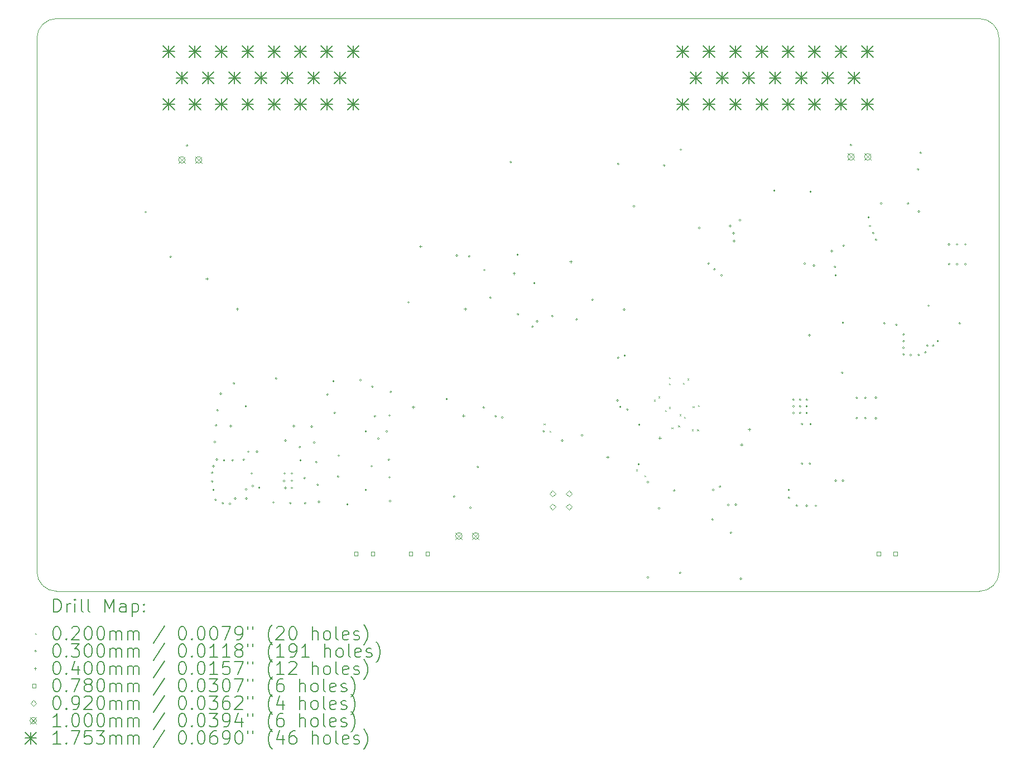
<source format=gbr>
%TF.GenerationSoftware,KiCad,Pcbnew,7.0.8*%
%TF.CreationDate,2023-12-03T17:14:48-07:00*%
%TF.ProjectId,sdm24logger,73646d32-346c-46f6-9767-65722e6b6963,v3*%
%TF.SameCoordinates,Original*%
%TF.FileFunction,Drillmap*%
%TF.FilePolarity,Positive*%
%FSLAX45Y45*%
G04 Gerber Fmt 4.5, Leading zero omitted, Abs format (unit mm)*
G04 Created by KiCad (PCBNEW 7.0.8) date 2023-12-03 17:14:48*
%MOMM*%
%LPD*%
G01*
G04 APERTURE LIST*
%ADD10C,0.100000*%
%ADD11C,0.200000*%
%ADD12C,0.020000*%
%ADD13C,0.030000*%
%ADD14C,0.040000*%
%ADD15C,0.078000*%
%ADD16C,0.092000*%
%ADD17C,0.175260*%
G04 APERTURE END LIST*
D10*
X5500000Y-15700000D02*
X19500000Y-15700000D01*
X5200000Y-15400000D02*
G75*
G03*
X5500000Y-15700000I300000J0D01*
G01*
X19500000Y-15700000D02*
G75*
G03*
X19800000Y-15400000I0J300000D01*
G01*
X5200000Y-7300000D02*
X5200000Y-15400000D01*
X19800000Y-15400000D02*
X19800000Y-7300000D01*
X5500000Y-7000000D02*
G75*
G03*
X5200000Y-7300000I0J-300000D01*
G01*
X19500000Y-7000000D02*
X5500000Y-7000000D01*
X19800000Y-7300000D02*
G75*
G03*
X19500000Y-7000000I-300000J0D01*
G01*
D11*
D12*
X12890000Y-13150000D02*
X12910000Y-13170000D01*
X12910000Y-13150000D02*
X12890000Y-13170000D01*
X12980000Y-13260000D02*
X13000000Y-13280000D01*
X13000000Y-13260000D02*
X12980000Y-13280000D01*
X14290000Y-13850000D02*
X14310000Y-13870000D01*
X14310000Y-13850000D02*
X14290000Y-13870000D01*
X14420000Y-13940000D02*
X14440000Y-13960000D01*
X14440000Y-13940000D02*
X14420000Y-13960000D01*
X14560000Y-12790000D02*
X14580000Y-12810000D01*
X14580000Y-12790000D02*
X14560000Y-12810000D01*
X14630000Y-12740000D02*
X14650000Y-12760000D01*
X14650000Y-12740000D02*
X14630000Y-12760000D01*
X14730000Y-12950000D02*
X14750000Y-12970000D01*
X14750000Y-12950000D02*
X14730000Y-12970000D01*
X14790000Y-12450000D02*
X14810000Y-12470000D01*
X14810000Y-12450000D02*
X14790000Y-12470000D01*
X14790000Y-12540000D02*
X14810000Y-12560000D01*
X14810000Y-12540000D02*
X14790000Y-12560000D01*
X14790000Y-12900000D02*
X14810000Y-12920000D01*
X14810000Y-12900000D02*
X14790000Y-12920000D01*
X14830000Y-13210000D02*
X14850000Y-13230000D01*
X14850000Y-13210000D02*
X14830000Y-13230000D01*
X14930000Y-13180000D02*
X14950000Y-13200000D01*
X14950000Y-13180000D02*
X14930000Y-13200000D01*
X14950000Y-13010000D02*
X14970000Y-13030000D01*
X14970000Y-13010000D02*
X14950000Y-13030000D01*
X15005000Y-12535000D02*
X15025000Y-12555000D01*
X15025000Y-12535000D02*
X15005000Y-12555000D01*
X15020000Y-13050000D02*
X15040000Y-13070000D01*
X15040000Y-13050000D02*
X15020000Y-13070000D01*
X15070000Y-12470000D02*
X15090000Y-12490000D01*
X15090000Y-12470000D02*
X15070000Y-12490000D01*
X15140000Y-13240000D02*
X15160000Y-13260000D01*
X15160000Y-13240000D02*
X15140000Y-13260000D01*
X15150000Y-12890000D02*
X15170000Y-12910000D01*
X15170000Y-12890000D02*
X15150000Y-12910000D01*
X15220000Y-13240000D02*
X15240000Y-13260000D01*
X15240000Y-13240000D02*
X15220000Y-13260000D01*
X15230000Y-12870000D02*
X15250000Y-12890000D01*
X15250000Y-12870000D02*
X15230000Y-12890000D01*
D13*
X6865000Y-9940000D02*
G75*
G03*
X6865000Y-9940000I-15000J0D01*
G01*
X7245000Y-10620000D02*
G75*
G03*
X7245000Y-10620000I-15000J0D01*
G01*
X7495000Y-8930000D02*
G75*
G03*
X7495000Y-8930000I-15000J0D01*
G01*
X7875000Y-13900000D02*
G75*
G03*
X7875000Y-13900000I-15000J0D01*
G01*
X7875000Y-14030000D02*
G75*
G03*
X7875000Y-14030000I-15000J0D01*
G01*
X7895000Y-13800000D02*
G75*
G03*
X7895000Y-13800000I-15000J0D01*
G01*
X7895000Y-14160000D02*
G75*
G03*
X7895000Y-14160000I-15000J0D01*
G01*
X7915000Y-13430000D02*
G75*
G03*
X7915000Y-13430000I-15000J0D01*
G01*
X7925000Y-14310000D02*
G75*
G03*
X7925000Y-14310000I-15000J0D01*
G01*
X7935000Y-13180000D02*
G75*
G03*
X7935000Y-13180000I-15000J0D01*
G01*
X7945000Y-13700000D02*
G75*
G03*
X7945000Y-13700000I-15000J0D01*
G01*
X7955000Y-12950000D02*
G75*
G03*
X7955000Y-12950000I-15000J0D01*
G01*
X8005000Y-12700000D02*
G75*
G03*
X8005000Y-12700000I-15000J0D01*
G01*
X8035000Y-14360000D02*
G75*
G03*
X8035000Y-14360000I-15000J0D01*
G01*
X8055000Y-13710000D02*
G75*
G03*
X8055000Y-13710000I-15000J0D01*
G01*
X8145000Y-14370000D02*
G75*
G03*
X8145000Y-14370000I-15000J0D01*
G01*
X8155000Y-13190000D02*
G75*
G03*
X8155000Y-13190000I-15000J0D01*
G01*
X8185000Y-13710000D02*
G75*
G03*
X8185000Y-13710000I-15000J0D01*
G01*
X8205000Y-12540000D02*
G75*
G03*
X8205000Y-12540000I-15000J0D01*
G01*
X8225000Y-14290000D02*
G75*
G03*
X8225000Y-14290000I-15000J0D01*
G01*
X8355000Y-13700000D02*
G75*
G03*
X8355000Y-13700000I-15000J0D01*
G01*
X8385000Y-12890000D02*
G75*
G03*
X8385000Y-12890000I-15000J0D01*
G01*
X8390000Y-14150000D02*
G75*
G03*
X8390000Y-14150000I-15000J0D01*
G01*
X8395000Y-14290000D02*
G75*
G03*
X8395000Y-14290000I-15000J0D01*
G01*
X8425000Y-13580000D02*
G75*
G03*
X8425000Y-13580000I-15000J0D01*
G01*
X8475000Y-13910000D02*
G75*
G03*
X8475000Y-13910000I-15000J0D01*
G01*
X8490000Y-14100000D02*
G75*
G03*
X8490000Y-14100000I-15000J0D01*
G01*
X8555000Y-13580000D02*
G75*
G03*
X8555000Y-13580000I-15000J0D01*
G01*
X8590000Y-14125000D02*
G75*
G03*
X8590000Y-14125000I-15000J0D01*
G01*
X8805000Y-14350000D02*
G75*
G03*
X8805000Y-14350000I-15000J0D01*
G01*
X8845000Y-12470000D02*
G75*
G03*
X8845000Y-12470000I-15000J0D01*
G01*
X8965000Y-14025000D02*
G75*
G03*
X8965000Y-14025000I-15000J0D01*
G01*
X8975000Y-13910000D02*
G75*
G03*
X8975000Y-13910000I-15000J0D01*
G01*
X8985000Y-13410000D02*
G75*
G03*
X8985000Y-13410000I-15000J0D01*
G01*
X8985000Y-14130000D02*
G75*
G03*
X8985000Y-14130000I-15000J0D01*
G01*
X9059617Y-14359918D02*
G75*
G03*
X9059617Y-14359918I-15000J0D01*
G01*
X9085000Y-13910000D02*
G75*
G03*
X9085000Y-13910000I-15000J0D01*
G01*
X9085000Y-14020000D02*
G75*
G03*
X9085000Y-14020000I-15000J0D01*
G01*
X9085000Y-14130000D02*
G75*
G03*
X9085000Y-14130000I-15000J0D01*
G01*
X9115000Y-13190000D02*
G75*
G03*
X9115000Y-13190000I-15000J0D01*
G01*
X9205000Y-13510000D02*
G75*
G03*
X9205000Y-13510000I-15000J0D01*
G01*
X9215000Y-13710000D02*
G75*
G03*
X9215000Y-13710000I-15000J0D01*
G01*
X9275000Y-13980000D02*
G75*
G03*
X9275000Y-13980000I-15000J0D01*
G01*
X9285000Y-14360000D02*
G75*
G03*
X9285000Y-14360000I-15000J0D01*
G01*
X9385000Y-13200000D02*
G75*
G03*
X9385000Y-13200000I-15000J0D01*
G01*
X9425000Y-13440000D02*
G75*
G03*
X9425000Y-13440000I-15000J0D01*
G01*
X9455000Y-13740000D02*
G75*
G03*
X9455000Y-13740000I-15000J0D01*
G01*
X9475000Y-14080000D02*
G75*
G03*
X9475000Y-14080000I-15000J0D01*
G01*
X9495000Y-14340000D02*
G75*
G03*
X9495000Y-14340000I-15000J0D01*
G01*
X9625000Y-12710000D02*
G75*
G03*
X9625000Y-12710000I-15000J0D01*
G01*
X9715000Y-12510000D02*
G75*
G03*
X9715000Y-12510000I-15000J0D01*
G01*
X9735000Y-12990000D02*
G75*
G03*
X9735000Y-12990000I-15000J0D01*
G01*
X9785000Y-13960000D02*
G75*
G03*
X9785000Y-13960000I-15000J0D01*
G01*
X9795000Y-13640000D02*
G75*
G03*
X9795000Y-13640000I-15000J0D01*
G01*
X9925000Y-14380000D02*
G75*
G03*
X9925000Y-14380000I-15000J0D01*
G01*
X10125000Y-12490000D02*
G75*
G03*
X10125000Y-12490000I-15000J0D01*
G01*
X10205000Y-13270000D02*
G75*
G03*
X10205000Y-13270000I-15000J0D01*
G01*
X10205000Y-14160000D02*
G75*
G03*
X10205000Y-14160000I-15000J0D01*
G01*
X10295000Y-13800000D02*
G75*
G03*
X10295000Y-13800000I-15000J0D01*
G01*
X10305000Y-12590000D02*
G75*
G03*
X10305000Y-12590000I-15000J0D01*
G01*
X10345000Y-13040000D02*
G75*
G03*
X10345000Y-13040000I-15000J0D01*
G01*
X10395000Y-13380000D02*
G75*
G03*
X10395000Y-13380000I-15000J0D01*
G01*
X10525000Y-13270000D02*
G75*
G03*
X10525000Y-13270000I-15000J0D01*
G01*
X10555000Y-13700000D02*
G75*
G03*
X10555000Y-13700000I-15000J0D01*
G01*
X10565000Y-13030000D02*
G75*
G03*
X10565000Y-13030000I-15000J0D01*
G01*
X10565000Y-13970000D02*
G75*
G03*
X10565000Y-13970000I-15000J0D01*
G01*
X10575000Y-14330000D02*
G75*
G03*
X10575000Y-14330000I-15000J0D01*
G01*
X10585000Y-12670000D02*
G75*
G03*
X10585000Y-12670000I-15000J0D01*
G01*
X10855000Y-11310000D02*
G75*
G03*
X10855000Y-11310000I-15000J0D01*
G01*
X11435000Y-12780000D02*
G75*
G03*
X11435000Y-12780000I-15000J0D01*
G01*
X11545000Y-14260000D02*
G75*
G03*
X11545000Y-14260000I-15000J0D01*
G01*
X11585000Y-10600000D02*
G75*
G03*
X11585000Y-10600000I-15000J0D01*
G01*
X11775000Y-10610000D02*
G75*
G03*
X11775000Y-10610000I-15000J0D01*
G01*
X11795000Y-14430000D02*
G75*
G03*
X11795000Y-14430000I-15000J0D01*
G01*
X11905000Y-13810000D02*
G75*
G03*
X11905000Y-13810000I-15000J0D01*
G01*
X11995000Y-12910000D02*
G75*
G03*
X11995000Y-12910000I-15000J0D01*
G01*
X12005000Y-10820000D02*
G75*
G03*
X12005000Y-10820000I-15000J0D01*
G01*
X12095000Y-11240000D02*
G75*
G03*
X12095000Y-11240000I-15000J0D01*
G01*
X12175000Y-13040000D02*
G75*
G03*
X12175000Y-13040000I-15000J0D01*
G01*
X12275000Y-13060000D02*
G75*
G03*
X12275000Y-13060000I-15000J0D01*
G01*
X12405000Y-9180000D02*
G75*
G03*
X12405000Y-9180000I-15000J0D01*
G01*
X12508500Y-10587000D02*
G75*
G03*
X12508500Y-10587000I-15000J0D01*
G01*
X12515000Y-11490000D02*
G75*
G03*
X12515000Y-11490000I-15000J0D01*
G01*
X12735000Y-11680000D02*
G75*
G03*
X12735000Y-11680000I-15000J0D01*
G01*
X12763000Y-11017000D02*
G75*
G03*
X12763000Y-11017000I-15000J0D01*
G01*
X12805000Y-11600000D02*
G75*
G03*
X12805000Y-11600000I-15000J0D01*
G01*
X12905000Y-13270000D02*
G75*
G03*
X12905000Y-13270000I-15000J0D01*
G01*
X13035000Y-11520000D02*
G75*
G03*
X13035000Y-11520000I-15000J0D01*
G01*
X13185000Y-13410000D02*
G75*
G03*
X13185000Y-13410000I-15000J0D01*
G01*
X13405000Y-11570000D02*
G75*
G03*
X13405000Y-11570000I-15000J0D01*
G01*
X13485000Y-13330000D02*
G75*
G03*
X13485000Y-13330000I-15000J0D01*
G01*
X13645000Y-11270000D02*
G75*
G03*
X13645000Y-11270000I-15000J0D01*
G01*
X14025000Y-12800000D02*
G75*
G03*
X14025000Y-12800000I-15000J0D01*
G01*
X14035000Y-9210000D02*
G75*
G03*
X14035000Y-9210000I-15000J0D01*
G01*
X14035000Y-12150000D02*
G75*
G03*
X14035000Y-12150000I-15000J0D01*
G01*
X14066000Y-12898000D02*
G75*
G03*
X14066000Y-12898000I-15000J0D01*
G01*
X14125000Y-11420000D02*
G75*
G03*
X14125000Y-11420000I-15000J0D01*
G01*
X14135000Y-12120000D02*
G75*
G03*
X14135000Y-12120000I-15000J0D01*
G01*
X14175000Y-12940000D02*
G75*
G03*
X14175000Y-12940000I-15000J0D01*
G01*
X14275000Y-9850000D02*
G75*
G03*
X14275000Y-9850000I-15000J0D01*
G01*
X14345000Y-13770000D02*
G75*
G03*
X14345000Y-13770000I-15000J0D01*
G01*
X14355000Y-13170000D02*
G75*
G03*
X14355000Y-13170000I-15000J0D01*
G01*
X14485000Y-14040000D02*
G75*
G03*
X14485000Y-14040000I-15000J0D01*
G01*
X14485000Y-15490000D02*
G75*
G03*
X14485000Y-15490000I-15000J0D01*
G01*
X14655000Y-14440000D02*
G75*
G03*
X14655000Y-14440000I-15000J0D01*
G01*
X14735000Y-9230000D02*
G75*
G03*
X14735000Y-9230000I-15000J0D01*
G01*
X14885000Y-14170000D02*
G75*
G03*
X14885000Y-14170000I-15000J0D01*
G01*
X14975000Y-15420000D02*
G75*
G03*
X14975000Y-15420000I-15000J0D01*
G01*
X14985000Y-8990000D02*
G75*
G03*
X14985000Y-8990000I-15000J0D01*
G01*
X15265000Y-10180000D02*
G75*
G03*
X15265000Y-10180000I-15000J0D01*
G01*
X15405000Y-10720000D02*
G75*
G03*
X15405000Y-10720000I-15000J0D01*
G01*
X15465000Y-14610000D02*
G75*
G03*
X15465000Y-14610000I-15000J0D01*
G01*
X15475000Y-14160000D02*
G75*
G03*
X15475000Y-14160000I-15000J0D01*
G01*
X15495000Y-10810000D02*
G75*
G03*
X15495000Y-10810000I-15000J0D01*
G01*
X15580000Y-14110000D02*
G75*
G03*
X15580000Y-14110000I-15000J0D01*
G01*
X15605000Y-10900000D02*
G75*
G03*
X15605000Y-10900000I-15000J0D01*
G01*
X15705000Y-14390000D02*
G75*
G03*
X15705000Y-14390000I-15000J0D01*
G01*
X15735000Y-10150000D02*
G75*
G03*
X15735000Y-10150000I-15000J0D01*
G01*
X15745000Y-14810000D02*
G75*
G03*
X15745000Y-14810000I-15000J0D01*
G01*
X15785000Y-10260000D02*
G75*
G03*
X15785000Y-10260000I-15000J0D01*
G01*
X15795000Y-10380000D02*
G75*
G03*
X15795000Y-10380000I-15000J0D01*
G01*
X15820000Y-14384000D02*
G75*
G03*
X15820000Y-14384000I-15000J0D01*
G01*
X15882500Y-10063500D02*
G75*
G03*
X15882500Y-10063500I-15000J0D01*
G01*
X15895000Y-15510000D02*
G75*
G03*
X15895000Y-15510000I-15000J0D01*
G01*
X16402500Y-9613500D02*
G75*
G03*
X16402500Y-9613500I-15000J0D01*
G01*
X16625000Y-14160000D02*
G75*
G03*
X16625000Y-14160000I-15000J0D01*
G01*
X16625000Y-14280000D02*
G75*
G03*
X16625000Y-14280000I-15000J0D01*
G01*
X16695000Y-12790000D02*
G75*
G03*
X16695000Y-12790000I-15000J0D01*
G01*
X16695000Y-12890000D02*
G75*
G03*
X16695000Y-12890000I-15000J0D01*
G01*
X16695000Y-12990000D02*
G75*
G03*
X16695000Y-12990000I-15000J0D01*
G01*
X16745000Y-14400000D02*
G75*
G03*
X16745000Y-14400000I-15000J0D01*
G01*
X16795000Y-12790000D02*
G75*
G03*
X16795000Y-12790000I-15000J0D01*
G01*
X16795000Y-12890000D02*
G75*
G03*
X16795000Y-12890000I-15000J0D01*
G01*
X16795000Y-12990000D02*
G75*
G03*
X16795000Y-12990000I-15000J0D01*
G01*
X16825000Y-13160000D02*
G75*
G03*
X16825000Y-13160000I-15000J0D01*
G01*
X16825000Y-13760000D02*
G75*
G03*
X16825000Y-13760000I-15000J0D01*
G01*
X16865000Y-10720000D02*
G75*
G03*
X16865000Y-10720000I-15000J0D01*
G01*
X16895000Y-12790000D02*
G75*
G03*
X16895000Y-12790000I-15000J0D01*
G01*
X16895000Y-12890000D02*
G75*
G03*
X16895000Y-12890000I-15000J0D01*
G01*
X16895000Y-12990000D02*
G75*
G03*
X16895000Y-12990000I-15000J0D01*
G01*
X16895000Y-14400000D02*
G75*
G03*
X16895000Y-14400000I-15000J0D01*
G01*
X16935000Y-11810000D02*
G75*
G03*
X16935000Y-11810000I-15000J0D01*
G01*
X16945000Y-13760000D02*
G75*
G03*
X16945000Y-13760000I-15000J0D01*
G01*
X16955000Y-9630000D02*
G75*
G03*
X16955000Y-9630000I-15000J0D01*
G01*
X16955000Y-13160000D02*
G75*
G03*
X16955000Y-13160000I-15000J0D01*
G01*
X17005000Y-10750000D02*
G75*
G03*
X17005000Y-10750000I-15000J0D01*
G01*
X17035000Y-14400000D02*
G75*
G03*
X17035000Y-14400000I-15000J0D01*
G01*
X17275000Y-10533103D02*
G75*
G03*
X17275000Y-10533103I-15000J0D01*
G01*
X17325000Y-10770000D02*
G75*
G03*
X17325000Y-10770000I-15000J0D01*
G01*
X17335000Y-10900000D02*
G75*
G03*
X17335000Y-10900000I-15000J0D01*
G01*
X17335000Y-14020000D02*
G75*
G03*
X17335000Y-14020000I-15000J0D01*
G01*
X17435000Y-12380000D02*
G75*
G03*
X17435000Y-12380000I-15000J0D01*
G01*
X17445000Y-11620000D02*
G75*
G03*
X17445000Y-11620000I-15000J0D01*
G01*
X17445000Y-14020000D02*
G75*
G03*
X17445000Y-14020000I-15000J0D01*
G01*
X17455000Y-10450000D02*
G75*
G03*
X17455000Y-10450000I-15000J0D01*
G01*
X17565000Y-8920000D02*
G75*
G03*
X17565000Y-8920000I-15000J0D01*
G01*
X17655000Y-12760000D02*
G75*
G03*
X17655000Y-12760000I-15000J0D01*
G01*
X17655000Y-13070000D02*
G75*
G03*
X17655000Y-13070000I-15000J0D01*
G01*
X17785000Y-12760000D02*
G75*
G03*
X17785000Y-12760000I-15000J0D01*
G01*
X17785000Y-13070000D02*
G75*
G03*
X17785000Y-13070000I-15000J0D01*
G01*
X17835000Y-10020000D02*
G75*
G03*
X17835000Y-10020000I-15000J0D01*
G01*
X17855000Y-10150000D02*
G75*
G03*
X17855000Y-10150000I-15000J0D01*
G01*
X17905000Y-10260000D02*
G75*
G03*
X17905000Y-10260000I-15000J0D01*
G01*
X17945000Y-10360000D02*
G75*
G03*
X17945000Y-10360000I-15000J0D01*
G01*
X17945000Y-12760000D02*
G75*
G03*
X17945000Y-12760000I-15000J0D01*
G01*
X17945000Y-13070000D02*
G75*
G03*
X17945000Y-13070000I-15000J0D01*
G01*
X18025000Y-9810000D02*
G75*
G03*
X18025000Y-9810000I-15000J0D01*
G01*
X18075000Y-11630000D02*
G75*
G03*
X18075000Y-11630000I-15000J0D01*
G01*
X18255000Y-11650000D02*
G75*
G03*
X18255000Y-11650000I-15000J0D01*
G01*
X18365000Y-11800000D02*
G75*
G03*
X18365000Y-11800000I-15000J0D01*
G01*
X18365000Y-11900000D02*
G75*
G03*
X18365000Y-11900000I-15000J0D01*
G01*
X18365000Y-12000000D02*
G75*
G03*
X18365000Y-12000000I-15000J0D01*
G01*
X18365000Y-12100000D02*
G75*
G03*
X18365000Y-12100000I-15000J0D01*
G01*
X18435000Y-9810000D02*
G75*
G03*
X18435000Y-9810000I-15000J0D01*
G01*
X18475000Y-12110000D02*
G75*
G03*
X18475000Y-12110000I-15000J0D01*
G01*
X18585000Y-9290000D02*
G75*
G03*
X18585000Y-9290000I-15000J0D01*
G01*
X18595000Y-9930000D02*
G75*
G03*
X18595000Y-9930000I-15000J0D01*
G01*
X18595000Y-12110000D02*
G75*
G03*
X18595000Y-12110000I-15000J0D01*
G01*
X18625000Y-9040000D02*
G75*
G03*
X18625000Y-9040000I-15000J0D01*
G01*
X18695000Y-12070000D02*
G75*
G03*
X18695000Y-12070000I-15000J0D01*
G01*
X18725000Y-11970000D02*
G75*
G03*
X18725000Y-11970000I-15000J0D01*
G01*
X18745000Y-11360000D02*
G75*
G03*
X18745000Y-11360000I-15000J0D01*
G01*
X18815000Y-11970000D02*
G75*
G03*
X18815000Y-11970000I-15000J0D01*
G01*
X18885000Y-11900000D02*
G75*
G03*
X18885000Y-11900000I-15000J0D01*
G01*
X19055000Y-10430000D02*
G75*
G03*
X19055000Y-10430000I-15000J0D01*
G01*
X19055000Y-10730000D02*
G75*
G03*
X19055000Y-10730000I-15000J0D01*
G01*
X19175000Y-10430000D02*
G75*
G03*
X19175000Y-10430000I-15000J0D01*
G01*
X19175000Y-10730000D02*
G75*
G03*
X19175000Y-10730000I-15000J0D01*
G01*
X19215000Y-11630000D02*
G75*
G03*
X19215000Y-11630000I-15000J0D01*
G01*
X19305000Y-10430000D02*
G75*
G03*
X19305000Y-10430000I-15000J0D01*
G01*
X19305000Y-10730000D02*
G75*
G03*
X19305000Y-10730000I-15000J0D01*
G01*
D14*
X7780000Y-10930000D02*
X7780000Y-10970000D01*
X7760000Y-10950000D02*
X7800000Y-10950000D01*
X8240000Y-11390000D02*
X8240000Y-11430000D01*
X8220000Y-11410000D02*
X8260000Y-11410000D01*
X10910000Y-12880000D02*
X10910000Y-12920000D01*
X10890000Y-12900000D02*
X10930000Y-12900000D01*
X11020000Y-10440000D02*
X11020000Y-10480000D01*
X11000000Y-10460000D02*
X11040000Y-10460000D01*
X11670000Y-13010000D02*
X11670000Y-13050000D01*
X11650000Y-13030000D02*
X11690000Y-13030000D01*
X11700000Y-11390000D02*
X11700000Y-11430000D01*
X11680000Y-11410000D02*
X11720000Y-11410000D01*
X12440000Y-10850000D02*
X12440000Y-10890000D01*
X12420000Y-10870000D02*
X12460000Y-10870000D01*
X13300000Y-10670000D02*
X13300000Y-10710000D01*
X13280000Y-10690000D02*
X13320000Y-10690000D01*
X13860000Y-13640000D02*
X13860000Y-13680000D01*
X13840000Y-13660000D02*
X13880000Y-13660000D01*
X14650000Y-13350000D02*
X14650000Y-13390000D01*
X14630000Y-13370000D02*
X14670000Y-13370000D01*
X15890000Y-13450000D02*
X15890000Y-13490000D01*
X15870000Y-13470000D02*
X15910000Y-13470000D01*
X16010000Y-13220000D02*
X16010000Y-13260000D01*
X15990000Y-13240000D02*
X16030000Y-13240000D01*
D15*
X10070577Y-15154577D02*
X10070577Y-15099423D01*
X10015423Y-15099423D01*
X10015423Y-15154577D01*
X10070577Y-15154577D01*
X10324577Y-15154577D02*
X10324577Y-15099423D01*
X10269423Y-15099423D01*
X10269423Y-15154577D01*
X10324577Y-15154577D01*
X10900577Y-15154577D02*
X10900577Y-15099423D01*
X10845423Y-15099423D01*
X10845423Y-15154577D01*
X10900577Y-15154577D01*
X11154577Y-15154577D02*
X11154577Y-15099423D01*
X11099423Y-15099423D01*
X11099423Y-15154577D01*
X11154577Y-15154577D01*
X18000577Y-15154577D02*
X18000577Y-15099423D01*
X17945423Y-15099423D01*
X17945423Y-15154577D01*
X18000577Y-15154577D01*
X18254577Y-15154577D02*
X18254577Y-15099423D01*
X18199423Y-15099423D01*
X18199423Y-15154577D01*
X18254577Y-15154577D01*
D16*
X13026000Y-14262000D02*
X13072000Y-14216000D01*
X13026000Y-14170000D01*
X12980000Y-14216000D01*
X13026000Y-14262000D01*
X13026000Y-14462000D02*
X13072000Y-14416000D01*
X13026000Y-14370000D01*
X12980000Y-14416000D01*
X13026000Y-14462000D01*
X13276000Y-14262000D02*
X13322000Y-14216000D01*
X13276000Y-14170000D01*
X13230000Y-14216000D01*
X13276000Y-14262000D01*
X13276000Y-14462000D02*
X13322000Y-14416000D01*
X13276000Y-14370000D01*
X13230000Y-14416000D01*
X13276000Y-14462000D01*
D10*
X7350000Y-9096500D02*
X7450000Y-9196500D01*
X7450000Y-9096500D02*
X7350000Y-9196500D01*
X7450000Y-9146500D02*
G75*
G03*
X7450000Y-9146500I-50000J0D01*
G01*
X7604000Y-9096500D02*
X7704000Y-9196500D01*
X7704000Y-9096500D02*
X7604000Y-9196500D01*
X7704000Y-9146500D02*
G75*
G03*
X7704000Y-9146500I-50000J0D01*
G01*
X11553500Y-14810000D02*
X11653500Y-14910000D01*
X11653500Y-14810000D02*
X11553500Y-14910000D01*
X11653500Y-14860000D02*
G75*
G03*
X11653500Y-14860000I-50000J0D01*
G01*
X11807500Y-14810000D02*
X11907500Y-14910000D01*
X11907500Y-14810000D02*
X11807500Y-14910000D01*
X11907500Y-14860000D02*
G75*
G03*
X11907500Y-14860000I-50000J0D01*
G01*
X17503500Y-9050000D02*
X17603500Y-9150000D01*
X17603500Y-9050000D02*
X17503500Y-9150000D01*
X17603500Y-9100000D02*
G75*
G03*
X17603500Y-9100000I-50000J0D01*
G01*
X17757500Y-9050000D02*
X17857500Y-9150000D01*
X17857500Y-9050000D02*
X17757500Y-9150000D01*
X17857500Y-9100000D02*
G75*
G03*
X17857500Y-9100000I-50000J0D01*
G01*
D17*
X7112370Y-7412370D02*
X7287630Y-7587630D01*
X7287630Y-7412370D02*
X7112370Y-7587630D01*
X7200000Y-7412370D02*
X7200000Y-7587630D01*
X7112370Y-7500000D02*
X7287630Y-7500000D01*
X7112370Y-8212370D02*
X7287630Y-8387630D01*
X7287630Y-8212370D02*
X7112370Y-8387630D01*
X7200000Y-8212370D02*
X7200000Y-8387630D01*
X7112370Y-8300000D02*
X7287630Y-8300000D01*
X7312370Y-7812370D02*
X7487630Y-7987630D01*
X7487630Y-7812370D02*
X7312370Y-7987630D01*
X7400000Y-7812370D02*
X7400000Y-7987630D01*
X7312370Y-7900000D02*
X7487630Y-7900000D01*
X7512370Y-7412370D02*
X7687630Y-7587630D01*
X7687630Y-7412370D02*
X7512370Y-7587630D01*
X7600000Y-7412370D02*
X7600000Y-7587630D01*
X7512370Y-7500000D02*
X7687630Y-7500000D01*
X7512370Y-8212370D02*
X7687630Y-8387630D01*
X7687630Y-8212370D02*
X7512370Y-8387630D01*
X7600000Y-8212370D02*
X7600000Y-8387630D01*
X7512370Y-8300000D02*
X7687630Y-8300000D01*
X7712370Y-7812370D02*
X7887630Y-7987630D01*
X7887630Y-7812370D02*
X7712370Y-7987630D01*
X7800000Y-7812370D02*
X7800000Y-7987630D01*
X7712370Y-7900000D02*
X7887630Y-7900000D01*
X7912370Y-7412370D02*
X8087630Y-7587630D01*
X8087630Y-7412370D02*
X7912370Y-7587630D01*
X8000000Y-7412370D02*
X8000000Y-7587630D01*
X7912370Y-7500000D02*
X8087630Y-7500000D01*
X7912370Y-8212370D02*
X8087630Y-8387630D01*
X8087630Y-8212370D02*
X7912370Y-8387630D01*
X8000000Y-8212370D02*
X8000000Y-8387630D01*
X7912370Y-8300000D02*
X8087630Y-8300000D01*
X8112370Y-7812370D02*
X8287630Y-7987630D01*
X8287630Y-7812370D02*
X8112370Y-7987630D01*
X8200000Y-7812370D02*
X8200000Y-7987630D01*
X8112370Y-7900000D02*
X8287630Y-7900000D01*
X8312370Y-7412370D02*
X8487630Y-7587630D01*
X8487630Y-7412370D02*
X8312370Y-7587630D01*
X8400000Y-7412370D02*
X8400000Y-7587630D01*
X8312370Y-7500000D02*
X8487630Y-7500000D01*
X8312370Y-8212370D02*
X8487630Y-8387630D01*
X8487630Y-8212370D02*
X8312370Y-8387630D01*
X8400000Y-8212370D02*
X8400000Y-8387630D01*
X8312370Y-8300000D02*
X8487630Y-8300000D01*
X8512370Y-7812370D02*
X8687630Y-7987630D01*
X8687630Y-7812370D02*
X8512370Y-7987630D01*
X8600000Y-7812370D02*
X8600000Y-7987630D01*
X8512370Y-7900000D02*
X8687630Y-7900000D01*
X8712370Y-7412370D02*
X8887630Y-7587630D01*
X8887630Y-7412370D02*
X8712370Y-7587630D01*
X8800000Y-7412370D02*
X8800000Y-7587630D01*
X8712370Y-7500000D02*
X8887630Y-7500000D01*
X8712370Y-8212370D02*
X8887630Y-8387630D01*
X8887630Y-8212370D02*
X8712370Y-8387630D01*
X8800000Y-8212370D02*
X8800000Y-8387630D01*
X8712370Y-8300000D02*
X8887630Y-8300000D01*
X8912370Y-7812370D02*
X9087630Y-7987630D01*
X9087630Y-7812370D02*
X8912370Y-7987630D01*
X9000000Y-7812370D02*
X9000000Y-7987630D01*
X8912370Y-7900000D02*
X9087630Y-7900000D01*
X9112370Y-7412370D02*
X9287630Y-7587630D01*
X9287630Y-7412370D02*
X9112370Y-7587630D01*
X9200000Y-7412370D02*
X9200000Y-7587630D01*
X9112370Y-7500000D02*
X9287630Y-7500000D01*
X9112370Y-8212370D02*
X9287630Y-8387630D01*
X9287630Y-8212370D02*
X9112370Y-8387630D01*
X9200000Y-8212370D02*
X9200000Y-8387630D01*
X9112370Y-8300000D02*
X9287630Y-8300000D01*
X9312370Y-7812370D02*
X9487630Y-7987630D01*
X9487630Y-7812370D02*
X9312370Y-7987630D01*
X9400000Y-7812370D02*
X9400000Y-7987630D01*
X9312370Y-7900000D02*
X9487630Y-7900000D01*
X9512370Y-7412370D02*
X9687630Y-7587630D01*
X9687630Y-7412370D02*
X9512370Y-7587630D01*
X9600000Y-7412370D02*
X9600000Y-7587630D01*
X9512370Y-7500000D02*
X9687630Y-7500000D01*
X9512370Y-8212370D02*
X9687630Y-8387630D01*
X9687630Y-8212370D02*
X9512370Y-8387630D01*
X9600000Y-8212370D02*
X9600000Y-8387630D01*
X9512370Y-8300000D02*
X9687630Y-8300000D01*
X9712370Y-7812370D02*
X9887630Y-7987630D01*
X9887630Y-7812370D02*
X9712370Y-7987630D01*
X9800000Y-7812370D02*
X9800000Y-7987630D01*
X9712370Y-7900000D02*
X9887630Y-7900000D01*
X9912370Y-7412370D02*
X10087630Y-7587630D01*
X10087630Y-7412370D02*
X9912370Y-7587630D01*
X10000000Y-7412370D02*
X10000000Y-7587630D01*
X9912370Y-7500000D02*
X10087630Y-7500000D01*
X9912370Y-8212370D02*
X10087630Y-8387630D01*
X10087630Y-8212370D02*
X9912370Y-8387630D01*
X10000000Y-8212370D02*
X10000000Y-8387630D01*
X9912370Y-8300000D02*
X10087630Y-8300000D01*
X14912370Y-7412370D02*
X15087630Y-7587630D01*
X15087630Y-7412370D02*
X14912370Y-7587630D01*
X15000000Y-7412370D02*
X15000000Y-7587630D01*
X14912370Y-7500000D02*
X15087630Y-7500000D01*
X14912370Y-8212370D02*
X15087630Y-8387630D01*
X15087630Y-8212370D02*
X14912370Y-8387630D01*
X15000000Y-8212370D02*
X15000000Y-8387630D01*
X14912370Y-8300000D02*
X15087630Y-8300000D01*
X15112370Y-7812370D02*
X15287630Y-7987630D01*
X15287630Y-7812370D02*
X15112370Y-7987630D01*
X15200000Y-7812370D02*
X15200000Y-7987630D01*
X15112370Y-7900000D02*
X15287630Y-7900000D01*
X15312370Y-7412370D02*
X15487630Y-7587630D01*
X15487630Y-7412370D02*
X15312370Y-7587630D01*
X15400000Y-7412370D02*
X15400000Y-7587630D01*
X15312370Y-7500000D02*
X15487630Y-7500000D01*
X15312370Y-8212370D02*
X15487630Y-8387630D01*
X15487630Y-8212370D02*
X15312370Y-8387630D01*
X15400000Y-8212370D02*
X15400000Y-8387630D01*
X15312370Y-8300000D02*
X15487630Y-8300000D01*
X15512370Y-7812370D02*
X15687630Y-7987630D01*
X15687630Y-7812370D02*
X15512370Y-7987630D01*
X15600000Y-7812370D02*
X15600000Y-7987630D01*
X15512370Y-7900000D02*
X15687630Y-7900000D01*
X15712370Y-7412370D02*
X15887630Y-7587630D01*
X15887630Y-7412370D02*
X15712370Y-7587630D01*
X15800000Y-7412370D02*
X15800000Y-7587630D01*
X15712370Y-7500000D02*
X15887630Y-7500000D01*
X15712370Y-8212370D02*
X15887630Y-8387630D01*
X15887630Y-8212370D02*
X15712370Y-8387630D01*
X15800000Y-8212370D02*
X15800000Y-8387630D01*
X15712370Y-8300000D02*
X15887630Y-8300000D01*
X15912370Y-7812370D02*
X16087630Y-7987630D01*
X16087630Y-7812370D02*
X15912370Y-7987630D01*
X16000000Y-7812370D02*
X16000000Y-7987630D01*
X15912370Y-7900000D02*
X16087630Y-7900000D01*
X16112370Y-7412370D02*
X16287630Y-7587630D01*
X16287630Y-7412370D02*
X16112370Y-7587630D01*
X16200000Y-7412370D02*
X16200000Y-7587630D01*
X16112370Y-7500000D02*
X16287630Y-7500000D01*
X16112370Y-8212370D02*
X16287630Y-8387630D01*
X16287630Y-8212370D02*
X16112370Y-8387630D01*
X16200000Y-8212370D02*
X16200000Y-8387630D01*
X16112370Y-8300000D02*
X16287630Y-8300000D01*
X16312370Y-7812370D02*
X16487630Y-7987630D01*
X16487630Y-7812370D02*
X16312370Y-7987630D01*
X16400000Y-7812370D02*
X16400000Y-7987630D01*
X16312370Y-7900000D02*
X16487630Y-7900000D01*
X16512370Y-7412370D02*
X16687630Y-7587630D01*
X16687630Y-7412370D02*
X16512370Y-7587630D01*
X16600000Y-7412370D02*
X16600000Y-7587630D01*
X16512370Y-7500000D02*
X16687630Y-7500000D01*
X16512370Y-8212370D02*
X16687630Y-8387630D01*
X16687630Y-8212370D02*
X16512370Y-8387630D01*
X16600000Y-8212370D02*
X16600000Y-8387630D01*
X16512370Y-8300000D02*
X16687630Y-8300000D01*
X16712370Y-7812370D02*
X16887630Y-7987630D01*
X16887630Y-7812370D02*
X16712370Y-7987630D01*
X16800000Y-7812370D02*
X16800000Y-7987630D01*
X16712370Y-7900000D02*
X16887630Y-7900000D01*
X16912370Y-7412370D02*
X17087630Y-7587630D01*
X17087630Y-7412370D02*
X16912370Y-7587630D01*
X17000000Y-7412370D02*
X17000000Y-7587630D01*
X16912370Y-7500000D02*
X17087630Y-7500000D01*
X16912370Y-8212370D02*
X17087630Y-8387630D01*
X17087630Y-8212370D02*
X16912370Y-8387630D01*
X17000000Y-8212370D02*
X17000000Y-8387630D01*
X16912370Y-8300000D02*
X17087630Y-8300000D01*
X17112370Y-7812370D02*
X17287630Y-7987630D01*
X17287630Y-7812370D02*
X17112370Y-7987630D01*
X17200000Y-7812370D02*
X17200000Y-7987630D01*
X17112370Y-7900000D02*
X17287630Y-7900000D01*
X17312370Y-7412370D02*
X17487630Y-7587630D01*
X17487630Y-7412370D02*
X17312370Y-7587630D01*
X17400000Y-7412370D02*
X17400000Y-7587630D01*
X17312370Y-7500000D02*
X17487630Y-7500000D01*
X17312370Y-8212370D02*
X17487630Y-8387630D01*
X17487630Y-8212370D02*
X17312370Y-8387630D01*
X17400000Y-8212370D02*
X17400000Y-8387630D01*
X17312370Y-8300000D02*
X17487630Y-8300000D01*
X17512370Y-7812370D02*
X17687630Y-7987630D01*
X17687630Y-7812370D02*
X17512370Y-7987630D01*
X17600000Y-7812370D02*
X17600000Y-7987630D01*
X17512370Y-7900000D02*
X17687630Y-7900000D01*
X17712370Y-7412370D02*
X17887630Y-7587630D01*
X17887630Y-7412370D02*
X17712370Y-7587630D01*
X17800000Y-7412370D02*
X17800000Y-7587630D01*
X17712370Y-7500000D02*
X17887630Y-7500000D01*
X17712370Y-8212370D02*
X17887630Y-8387630D01*
X17887630Y-8212370D02*
X17712370Y-8387630D01*
X17800000Y-8212370D02*
X17800000Y-8387630D01*
X17712370Y-8300000D02*
X17887630Y-8300000D01*
D11*
X5455777Y-16016484D02*
X5455777Y-15816484D01*
X5455777Y-15816484D02*
X5503396Y-15816484D01*
X5503396Y-15816484D02*
X5531967Y-15826008D01*
X5531967Y-15826008D02*
X5551015Y-15845055D01*
X5551015Y-15845055D02*
X5560539Y-15864103D01*
X5560539Y-15864103D02*
X5570063Y-15902198D01*
X5570063Y-15902198D02*
X5570063Y-15930769D01*
X5570063Y-15930769D02*
X5560539Y-15968865D01*
X5560539Y-15968865D02*
X5551015Y-15987912D01*
X5551015Y-15987912D02*
X5531967Y-16006960D01*
X5531967Y-16006960D02*
X5503396Y-16016484D01*
X5503396Y-16016484D02*
X5455777Y-16016484D01*
X5655777Y-16016484D02*
X5655777Y-15883150D01*
X5655777Y-15921246D02*
X5665301Y-15902198D01*
X5665301Y-15902198D02*
X5674824Y-15892674D01*
X5674824Y-15892674D02*
X5693872Y-15883150D01*
X5693872Y-15883150D02*
X5712920Y-15883150D01*
X5779586Y-16016484D02*
X5779586Y-15883150D01*
X5779586Y-15816484D02*
X5770062Y-15826008D01*
X5770062Y-15826008D02*
X5779586Y-15835531D01*
X5779586Y-15835531D02*
X5789110Y-15826008D01*
X5789110Y-15826008D02*
X5779586Y-15816484D01*
X5779586Y-15816484D02*
X5779586Y-15835531D01*
X5903396Y-16016484D02*
X5884348Y-16006960D01*
X5884348Y-16006960D02*
X5874824Y-15987912D01*
X5874824Y-15987912D02*
X5874824Y-15816484D01*
X6008158Y-16016484D02*
X5989110Y-16006960D01*
X5989110Y-16006960D02*
X5979586Y-15987912D01*
X5979586Y-15987912D02*
X5979586Y-15816484D01*
X6236729Y-16016484D02*
X6236729Y-15816484D01*
X6236729Y-15816484D02*
X6303396Y-15959341D01*
X6303396Y-15959341D02*
X6370062Y-15816484D01*
X6370062Y-15816484D02*
X6370062Y-16016484D01*
X6551015Y-16016484D02*
X6551015Y-15911722D01*
X6551015Y-15911722D02*
X6541491Y-15892674D01*
X6541491Y-15892674D02*
X6522443Y-15883150D01*
X6522443Y-15883150D02*
X6484348Y-15883150D01*
X6484348Y-15883150D02*
X6465301Y-15892674D01*
X6551015Y-16006960D02*
X6531967Y-16016484D01*
X6531967Y-16016484D02*
X6484348Y-16016484D01*
X6484348Y-16016484D02*
X6465301Y-16006960D01*
X6465301Y-16006960D02*
X6455777Y-15987912D01*
X6455777Y-15987912D02*
X6455777Y-15968865D01*
X6455777Y-15968865D02*
X6465301Y-15949817D01*
X6465301Y-15949817D02*
X6484348Y-15940293D01*
X6484348Y-15940293D02*
X6531967Y-15940293D01*
X6531967Y-15940293D02*
X6551015Y-15930769D01*
X6646253Y-15883150D02*
X6646253Y-16083150D01*
X6646253Y-15892674D02*
X6665301Y-15883150D01*
X6665301Y-15883150D02*
X6703396Y-15883150D01*
X6703396Y-15883150D02*
X6722443Y-15892674D01*
X6722443Y-15892674D02*
X6731967Y-15902198D01*
X6731967Y-15902198D02*
X6741491Y-15921246D01*
X6741491Y-15921246D02*
X6741491Y-15978388D01*
X6741491Y-15978388D02*
X6731967Y-15997436D01*
X6731967Y-15997436D02*
X6722443Y-16006960D01*
X6722443Y-16006960D02*
X6703396Y-16016484D01*
X6703396Y-16016484D02*
X6665301Y-16016484D01*
X6665301Y-16016484D02*
X6646253Y-16006960D01*
X6827205Y-15997436D02*
X6836729Y-16006960D01*
X6836729Y-16006960D02*
X6827205Y-16016484D01*
X6827205Y-16016484D02*
X6817682Y-16006960D01*
X6817682Y-16006960D02*
X6827205Y-15997436D01*
X6827205Y-15997436D02*
X6827205Y-16016484D01*
X6827205Y-15892674D02*
X6836729Y-15902198D01*
X6836729Y-15902198D02*
X6827205Y-15911722D01*
X6827205Y-15911722D02*
X6817682Y-15902198D01*
X6817682Y-15902198D02*
X6827205Y-15892674D01*
X6827205Y-15892674D02*
X6827205Y-15911722D01*
D12*
X5175000Y-16335000D02*
X5195000Y-16355000D01*
X5195000Y-16335000D02*
X5175000Y-16355000D01*
D11*
X5493872Y-16236484D02*
X5512920Y-16236484D01*
X5512920Y-16236484D02*
X5531967Y-16246008D01*
X5531967Y-16246008D02*
X5541491Y-16255531D01*
X5541491Y-16255531D02*
X5551015Y-16274579D01*
X5551015Y-16274579D02*
X5560539Y-16312674D01*
X5560539Y-16312674D02*
X5560539Y-16360293D01*
X5560539Y-16360293D02*
X5551015Y-16398388D01*
X5551015Y-16398388D02*
X5541491Y-16417436D01*
X5541491Y-16417436D02*
X5531967Y-16426960D01*
X5531967Y-16426960D02*
X5512920Y-16436484D01*
X5512920Y-16436484D02*
X5493872Y-16436484D01*
X5493872Y-16436484D02*
X5474824Y-16426960D01*
X5474824Y-16426960D02*
X5465301Y-16417436D01*
X5465301Y-16417436D02*
X5455777Y-16398388D01*
X5455777Y-16398388D02*
X5446253Y-16360293D01*
X5446253Y-16360293D02*
X5446253Y-16312674D01*
X5446253Y-16312674D02*
X5455777Y-16274579D01*
X5455777Y-16274579D02*
X5465301Y-16255531D01*
X5465301Y-16255531D02*
X5474824Y-16246008D01*
X5474824Y-16246008D02*
X5493872Y-16236484D01*
X5646253Y-16417436D02*
X5655777Y-16426960D01*
X5655777Y-16426960D02*
X5646253Y-16436484D01*
X5646253Y-16436484D02*
X5636729Y-16426960D01*
X5636729Y-16426960D02*
X5646253Y-16417436D01*
X5646253Y-16417436D02*
X5646253Y-16436484D01*
X5731967Y-16255531D02*
X5741491Y-16246008D01*
X5741491Y-16246008D02*
X5760539Y-16236484D01*
X5760539Y-16236484D02*
X5808158Y-16236484D01*
X5808158Y-16236484D02*
X5827205Y-16246008D01*
X5827205Y-16246008D02*
X5836729Y-16255531D01*
X5836729Y-16255531D02*
X5846253Y-16274579D01*
X5846253Y-16274579D02*
X5846253Y-16293627D01*
X5846253Y-16293627D02*
X5836729Y-16322198D01*
X5836729Y-16322198D02*
X5722443Y-16436484D01*
X5722443Y-16436484D02*
X5846253Y-16436484D01*
X5970062Y-16236484D02*
X5989110Y-16236484D01*
X5989110Y-16236484D02*
X6008158Y-16246008D01*
X6008158Y-16246008D02*
X6017682Y-16255531D01*
X6017682Y-16255531D02*
X6027205Y-16274579D01*
X6027205Y-16274579D02*
X6036729Y-16312674D01*
X6036729Y-16312674D02*
X6036729Y-16360293D01*
X6036729Y-16360293D02*
X6027205Y-16398388D01*
X6027205Y-16398388D02*
X6017682Y-16417436D01*
X6017682Y-16417436D02*
X6008158Y-16426960D01*
X6008158Y-16426960D02*
X5989110Y-16436484D01*
X5989110Y-16436484D02*
X5970062Y-16436484D01*
X5970062Y-16436484D02*
X5951015Y-16426960D01*
X5951015Y-16426960D02*
X5941491Y-16417436D01*
X5941491Y-16417436D02*
X5931967Y-16398388D01*
X5931967Y-16398388D02*
X5922443Y-16360293D01*
X5922443Y-16360293D02*
X5922443Y-16312674D01*
X5922443Y-16312674D02*
X5931967Y-16274579D01*
X5931967Y-16274579D02*
X5941491Y-16255531D01*
X5941491Y-16255531D02*
X5951015Y-16246008D01*
X5951015Y-16246008D02*
X5970062Y-16236484D01*
X6160539Y-16236484D02*
X6179586Y-16236484D01*
X6179586Y-16236484D02*
X6198634Y-16246008D01*
X6198634Y-16246008D02*
X6208158Y-16255531D01*
X6208158Y-16255531D02*
X6217682Y-16274579D01*
X6217682Y-16274579D02*
X6227205Y-16312674D01*
X6227205Y-16312674D02*
X6227205Y-16360293D01*
X6227205Y-16360293D02*
X6217682Y-16398388D01*
X6217682Y-16398388D02*
X6208158Y-16417436D01*
X6208158Y-16417436D02*
X6198634Y-16426960D01*
X6198634Y-16426960D02*
X6179586Y-16436484D01*
X6179586Y-16436484D02*
X6160539Y-16436484D01*
X6160539Y-16436484D02*
X6141491Y-16426960D01*
X6141491Y-16426960D02*
X6131967Y-16417436D01*
X6131967Y-16417436D02*
X6122443Y-16398388D01*
X6122443Y-16398388D02*
X6112920Y-16360293D01*
X6112920Y-16360293D02*
X6112920Y-16312674D01*
X6112920Y-16312674D02*
X6122443Y-16274579D01*
X6122443Y-16274579D02*
X6131967Y-16255531D01*
X6131967Y-16255531D02*
X6141491Y-16246008D01*
X6141491Y-16246008D02*
X6160539Y-16236484D01*
X6312920Y-16436484D02*
X6312920Y-16303150D01*
X6312920Y-16322198D02*
X6322443Y-16312674D01*
X6322443Y-16312674D02*
X6341491Y-16303150D01*
X6341491Y-16303150D02*
X6370063Y-16303150D01*
X6370063Y-16303150D02*
X6389110Y-16312674D01*
X6389110Y-16312674D02*
X6398634Y-16331722D01*
X6398634Y-16331722D02*
X6398634Y-16436484D01*
X6398634Y-16331722D02*
X6408158Y-16312674D01*
X6408158Y-16312674D02*
X6427205Y-16303150D01*
X6427205Y-16303150D02*
X6455777Y-16303150D01*
X6455777Y-16303150D02*
X6474824Y-16312674D01*
X6474824Y-16312674D02*
X6484348Y-16331722D01*
X6484348Y-16331722D02*
X6484348Y-16436484D01*
X6579586Y-16436484D02*
X6579586Y-16303150D01*
X6579586Y-16322198D02*
X6589110Y-16312674D01*
X6589110Y-16312674D02*
X6608158Y-16303150D01*
X6608158Y-16303150D02*
X6636729Y-16303150D01*
X6636729Y-16303150D02*
X6655777Y-16312674D01*
X6655777Y-16312674D02*
X6665301Y-16331722D01*
X6665301Y-16331722D02*
X6665301Y-16436484D01*
X6665301Y-16331722D02*
X6674824Y-16312674D01*
X6674824Y-16312674D02*
X6693872Y-16303150D01*
X6693872Y-16303150D02*
X6722443Y-16303150D01*
X6722443Y-16303150D02*
X6741491Y-16312674D01*
X6741491Y-16312674D02*
X6751015Y-16331722D01*
X6751015Y-16331722D02*
X6751015Y-16436484D01*
X7141491Y-16226960D02*
X6970063Y-16484103D01*
X7398634Y-16236484D02*
X7417682Y-16236484D01*
X7417682Y-16236484D02*
X7436729Y-16246008D01*
X7436729Y-16246008D02*
X7446253Y-16255531D01*
X7446253Y-16255531D02*
X7455777Y-16274579D01*
X7455777Y-16274579D02*
X7465301Y-16312674D01*
X7465301Y-16312674D02*
X7465301Y-16360293D01*
X7465301Y-16360293D02*
X7455777Y-16398388D01*
X7455777Y-16398388D02*
X7446253Y-16417436D01*
X7446253Y-16417436D02*
X7436729Y-16426960D01*
X7436729Y-16426960D02*
X7417682Y-16436484D01*
X7417682Y-16436484D02*
X7398634Y-16436484D01*
X7398634Y-16436484D02*
X7379586Y-16426960D01*
X7379586Y-16426960D02*
X7370063Y-16417436D01*
X7370063Y-16417436D02*
X7360539Y-16398388D01*
X7360539Y-16398388D02*
X7351015Y-16360293D01*
X7351015Y-16360293D02*
X7351015Y-16312674D01*
X7351015Y-16312674D02*
X7360539Y-16274579D01*
X7360539Y-16274579D02*
X7370063Y-16255531D01*
X7370063Y-16255531D02*
X7379586Y-16246008D01*
X7379586Y-16246008D02*
X7398634Y-16236484D01*
X7551015Y-16417436D02*
X7560539Y-16426960D01*
X7560539Y-16426960D02*
X7551015Y-16436484D01*
X7551015Y-16436484D02*
X7541491Y-16426960D01*
X7541491Y-16426960D02*
X7551015Y-16417436D01*
X7551015Y-16417436D02*
X7551015Y-16436484D01*
X7684348Y-16236484D02*
X7703396Y-16236484D01*
X7703396Y-16236484D02*
X7722444Y-16246008D01*
X7722444Y-16246008D02*
X7731967Y-16255531D01*
X7731967Y-16255531D02*
X7741491Y-16274579D01*
X7741491Y-16274579D02*
X7751015Y-16312674D01*
X7751015Y-16312674D02*
X7751015Y-16360293D01*
X7751015Y-16360293D02*
X7741491Y-16398388D01*
X7741491Y-16398388D02*
X7731967Y-16417436D01*
X7731967Y-16417436D02*
X7722444Y-16426960D01*
X7722444Y-16426960D02*
X7703396Y-16436484D01*
X7703396Y-16436484D02*
X7684348Y-16436484D01*
X7684348Y-16436484D02*
X7665301Y-16426960D01*
X7665301Y-16426960D02*
X7655777Y-16417436D01*
X7655777Y-16417436D02*
X7646253Y-16398388D01*
X7646253Y-16398388D02*
X7636729Y-16360293D01*
X7636729Y-16360293D02*
X7636729Y-16312674D01*
X7636729Y-16312674D02*
X7646253Y-16274579D01*
X7646253Y-16274579D02*
X7655777Y-16255531D01*
X7655777Y-16255531D02*
X7665301Y-16246008D01*
X7665301Y-16246008D02*
X7684348Y-16236484D01*
X7874825Y-16236484D02*
X7893872Y-16236484D01*
X7893872Y-16236484D02*
X7912920Y-16246008D01*
X7912920Y-16246008D02*
X7922444Y-16255531D01*
X7922444Y-16255531D02*
X7931967Y-16274579D01*
X7931967Y-16274579D02*
X7941491Y-16312674D01*
X7941491Y-16312674D02*
X7941491Y-16360293D01*
X7941491Y-16360293D02*
X7931967Y-16398388D01*
X7931967Y-16398388D02*
X7922444Y-16417436D01*
X7922444Y-16417436D02*
X7912920Y-16426960D01*
X7912920Y-16426960D02*
X7893872Y-16436484D01*
X7893872Y-16436484D02*
X7874825Y-16436484D01*
X7874825Y-16436484D02*
X7855777Y-16426960D01*
X7855777Y-16426960D02*
X7846253Y-16417436D01*
X7846253Y-16417436D02*
X7836729Y-16398388D01*
X7836729Y-16398388D02*
X7827206Y-16360293D01*
X7827206Y-16360293D02*
X7827206Y-16312674D01*
X7827206Y-16312674D02*
X7836729Y-16274579D01*
X7836729Y-16274579D02*
X7846253Y-16255531D01*
X7846253Y-16255531D02*
X7855777Y-16246008D01*
X7855777Y-16246008D02*
X7874825Y-16236484D01*
X8008158Y-16236484D02*
X8141491Y-16236484D01*
X8141491Y-16236484D02*
X8055777Y-16436484D01*
X8227206Y-16436484D02*
X8265301Y-16436484D01*
X8265301Y-16436484D02*
X8284348Y-16426960D01*
X8284348Y-16426960D02*
X8293872Y-16417436D01*
X8293872Y-16417436D02*
X8312920Y-16388865D01*
X8312920Y-16388865D02*
X8322444Y-16350769D01*
X8322444Y-16350769D02*
X8322444Y-16274579D01*
X8322444Y-16274579D02*
X8312920Y-16255531D01*
X8312920Y-16255531D02*
X8303396Y-16246008D01*
X8303396Y-16246008D02*
X8284348Y-16236484D01*
X8284348Y-16236484D02*
X8246253Y-16236484D01*
X8246253Y-16236484D02*
X8227206Y-16246008D01*
X8227206Y-16246008D02*
X8217682Y-16255531D01*
X8217682Y-16255531D02*
X8208158Y-16274579D01*
X8208158Y-16274579D02*
X8208158Y-16322198D01*
X8208158Y-16322198D02*
X8217682Y-16341246D01*
X8217682Y-16341246D02*
X8227206Y-16350769D01*
X8227206Y-16350769D02*
X8246253Y-16360293D01*
X8246253Y-16360293D02*
X8284348Y-16360293D01*
X8284348Y-16360293D02*
X8303396Y-16350769D01*
X8303396Y-16350769D02*
X8312920Y-16341246D01*
X8312920Y-16341246D02*
X8322444Y-16322198D01*
X8398634Y-16236484D02*
X8398634Y-16274579D01*
X8474825Y-16236484D02*
X8474825Y-16274579D01*
X8770063Y-16512674D02*
X8760539Y-16503150D01*
X8760539Y-16503150D02*
X8741491Y-16474579D01*
X8741491Y-16474579D02*
X8731968Y-16455531D01*
X8731968Y-16455531D02*
X8722444Y-16426960D01*
X8722444Y-16426960D02*
X8712920Y-16379341D01*
X8712920Y-16379341D02*
X8712920Y-16341246D01*
X8712920Y-16341246D02*
X8722444Y-16293627D01*
X8722444Y-16293627D02*
X8731968Y-16265055D01*
X8731968Y-16265055D02*
X8741491Y-16246008D01*
X8741491Y-16246008D02*
X8760539Y-16217436D01*
X8760539Y-16217436D02*
X8770063Y-16207912D01*
X8836730Y-16255531D02*
X8846253Y-16246008D01*
X8846253Y-16246008D02*
X8865301Y-16236484D01*
X8865301Y-16236484D02*
X8912920Y-16236484D01*
X8912920Y-16236484D02*
X8931968Y-16246008D01*
X8931968Y-16246008D02*
X8941491Y-16255531D01*
X8941491Y-16255531D02*
X8951015Y-16274579D01*
X8951015Y-16274579D02*
X8951015Y-16293627D01*
X8951015Y-16293627D02*
X8941491Y-16322198D01*
X8941491Y-16322198D02*
X8827206Y-16436484D01*
X8827206Y-16436484D02*
X8951015Y-16436484D01*
X9074825Y-16236484D02*
X9093872Y-16236484D01*
X9093872Y-16236484D02*
X9112920Y-16246008D01*
X9112920Y-16246008D02*
X9122444Y-16255531D01*
X9122444Y-16255531D02*
X9131968Y-16274579D01*
X9131968Y-16274579D02*
X9141491Y-16312674D01*
X9141491Y-16312674D02*
X9141491Y-16360293D01*
X9141491Y-16360293D02*
X9131968Y-16398388D01*
X9131968Y-16398388D02*
X9122444Y-16417436D01*
X9122444Y-16417436D02*
X9112920Y-16426960D01*
X9112920Y-16426960D02*
X9093872Y-16436484D01*
X9093872Y-16436484D02*
X9074825Y-16436484D01*
X9074825Y-16436484D02*
X9055777Y-16426960D01*
X9055777Y-16426960D02*
X9046253Y-16417436D01*
X9046253Y-16417436D02*
X9036730Y-16398388D01*
X9036730Y-16398388D02*
X9027206Y-16360293D01*
X9027206Y-16360293D02*
X9027206Y-16312674D01*
X9027206Y-16312674D02*
X9036730Y-16274579D01*
X9036730Y-16274579D02*
X9046253Y-16255531D01*
X9046253Y-16255531D02*
X9055777Y-16246008D01*
X9055777Y-16246008D02*
X9074825Y-16236484D01*
X9379587Y-16436484D02*
X9379587Y-16236484D01*
X9465301Y-16436484D02*
X9465301Y-16331722D01*
X9465301Y-16331722D02*
X9455777Y-16312674D01*
X9455777Y-16312674D02*
X9436730Y-16303150D01*
X9436730Y-16303150D02*
X9408158Y-16303150D01*
X9408158Y-16303150D02*
X9389111Y-16312674D01*
X9389111Y-16312674D02*
X9379587Y-16322198D01*
X9589111Y-16436484D02*
X9570063Y-16426960D01*
X9570063Y-16426960D02*
X9560539Y-16417436D01*
X9560539Y-16417436D02*
X9551015Y-16398388D01*
X9551015Y-16398388D02*
X9551015Y-16341246D01*
X9551015Y-16341246D02*
X9560539Y-16322198D01*
X9560539Y-16322198D02*
X9570063Y-16312674D01*
X9570063Y-16312674D02*
X9589111Y-16303150D01*
X9589111Y-16303150D02*
X9617682Y-16303150D01*
X9617682Y-16303150D02*
X9636730Y-16312674D01*
X9636730Y-16312674D02*
X9646253Y-16322198D01*
X9646253Y-16322198D02*
X9655777Y-16341246D01*
X9655777Y-16341246D02*
X9655777Y-16398388D01*
X9655777Y-16398388D02*
X9646253Y-16417436D01*
X9646253Y-16417436D02*
X9636730Y-16426960D01*
X9636730Y-16426960D02*
X9617682Y-16436484D01*
X9617682Y-16436484D02*
X9589111Y-16436484D01*
X9770063Y-16436484D02*
X9751015Y-16426960D01*
X9751015Y-16426960D02*
X9741492Y-16407912D01*
X9741492Y-16407912D02*
X9741492Y-16236484D01*
X9922444Y-16426960D02*
X9903396Y-16436484D01*
X9903396Y-16436484D02*
X9865301Y-16436484D01*
X9865301Y-16436484D02*
X9846253Y-16426960D01*
X9846253Y-16426960D02*
X9836730Y-16407912D01*
X9836730Y-16407912D02*
X9836730Y-16331722D01*
X9836730Y-16331722D02*
X9846253Y-16312674D01*
X9846253Y-16312674D02*
X9865301Y-16303150D01*
X9865301Y-16303150D02*
X9903396Y-16303150D01*
X9903396Y-16303150D02*
X9922444Y-16312674D01*
X9922444Y-16312674D02*
X9931968Y-16331722D01*
X9931968Y-16331722D02*
X9931968Y-16350769D01*
X9931968Y-16350769D02*
X9836730Y-16369817D01*
X10008158Y-16426960D02*
X10027206Y-16436484D01*
X10027206Y-16436484D02*
X10065301Y-16436484D01*
X10065301Y-16436484D02*
X10084349Y-16426960D01*
X10084349Y-16426960D02*
X10093873Y-16407912D01*
X10093873Y-16407912D02*
X10093873Y-16398388D01*
X10093873Y-16398388D02*
X10084349Y-16379341D01*
X10084349Y-16379341D02*
X10065301Y-16369817D01*
X10065301Y-16369817D02*
X10036730Y-16369817D01*
X10036730Y-16369817D02*
X10017682Y-16360293D01*
X10017682Y-16360293D02*
X10008158Y-16341246D01*
X10008158Y-16341246D02*
X10008158Y-16331722D01*
X10008158Y-16331722D02*
X10017682Y-16312674D01*
X10017682Y-16312674D02*
X10036730Y-16303150D01*
X10036730Y-16303150D02*
X10065301Y-16303150D01*
X10065301Y-16303150D02*
X10084349Y-16312674D01*
X10160539Y-16512674D02*
X10170063Y-16503150D01*
X10170063Y-16503150D02*
X10189111Y-16474579D01*
X10189111Y-16474579D02*
X10198634Y-16455531D01*
X10198634Y-16455531D02*
X10208158Y-16426960D01*
X10208158Y-16426960D02*
X10217682Y-16379341D01*
X10217682Y-16379341D02*
X10217682Y-16341246D01*
X10217682Y-16341246D02*
X10208158Y-16293627D01*
X10208158Y-16293627D02*
X10198634Y-16265055D01*
X10198634Y-16265055D02*
X10189111Y-16246008D01*
X10189111Y-16246008D02*
X10170063Y-16217436D01*
X10170063Y-16217436D02*
X10160539Y-16207912D01*
D13*
X5195000Y-16609000D02*
G75*
G03*
X5195000Y-16609000I-15000J0D01*
G01*
D11*
X5493872Y-16500484D02*
X5512920Y-16500484D01*
X5512920Y-16500484D02*
X5531967Y-16510008D01*
X5531967Y-16510008D02*
X5541491Y-16519531D01*
X5541491Y-16519531D02*
X5551015Y-16538579D01*
X5551015Y-16538579D02*
X5560539Y-16576674D01*
X5560539Y-16576674D02*
X5560539Y-16624293D01*
X5560539Y-16624293D02*
X5551015Y-16662388D01*
X5551015Y-16662388D02*
X5541491Y-16681436D01*
X5541491Y-16681436D02*
X5531967Y-16690960D01*
X5531967Y-16690960D02*
X5512920Y-16700484D01*
X5512920Y-16700484D02*
X5493872Y-16700484D01*
X5493872Y-16700484D02*
X5474824Y-16690960D01*
X5474824Y-16690960D02*
X5465301Y-16681436D01*
X5465301Y-16681436D02*
X5455777Y-16662388D01*
X5455777Y-16662388D02*
X5446253Y-16624293D01*
X5446253Y-16624293D02*
X5446253Y-16576674D01*
X5446253Y-16576674D02*
X5455777Y-16538579D01*
X5455777Y-16538579D02*
X5465301Y-16519531D01*
X5465301Y-16519531D02*
X5474824Y-16510008D01*
X5474824Y-16510008D02*
X5493872Y-16500484D01*
X5646253Y-16681436D02*
X5655777Y-16690960D01*
X5655777Y-16690960D02*
X5646253Y-16700484D01*
X5646253Y-16700484D02*
X5636729Y-16690960D01*
X5636729Y-16690960D02*
X5646253Y-16681436D01*
X5646253Y-16681436D02*
X5646253Y-16700484D01*
X5722443Y-16500484D02*
X5846253Y-16500484D01*
X5846253Y-16500484D02*
X5779586Y-16576674D01*
X5779586Y-16576674D02*
X5808158Y-16576674D01*
X5808158Y-16576674D02*
X5827205Y-16586198D01*
X5827205Y-16586198D02*
X5836729Y-16595722D01*
X5836729Y-16595722D02*
X5846253Y-16614769D01*
X5846253Y-16614769D02*
X5846253Y-16662388D01*
X5846253Y-16662388D02*
X5836729Y-16681436D01*
X5836729Y-16681436D02*
X5827205Y-16690960D01*
X5827205Y-16690960D02*
X5808158Y-16700484D01*
X5808158Y-16700484D02*
X5751015Y-16700484D01*
X5751015Y-16700484D02*
X5731967Y-16690960D01*
X5731967Y-16690960D02*
X5722443Y-16681436D01*
X5970062Y-16500484D02*
X5989110Y-16500484D01*
X5989110Y-16500484D02*
X6008158Y-16510008D01*
X6008158Y-16510008D02*
X6017682Y-16519531D01*
X6017682Y-16519531D02*
X6027205Y-16538579D01*
X6027205Y-16538579D02*
X6036729Y-16576674D01*
X6036729Y-16576674D02*
X6036729Y-16624293D01*
X6036729Y-16624293D02*
X6027205Y-16662388D01*
X6027205Y-16662388D02*
X6017682Y-16681436D01*
X6017682Y-16681436D02*
X6008158Y-16690960D01*
X6008158Y-16690960D02*
X5989110Y-16700484D01*
X5989110Y-16700484D02*
X5970062Y-16700484D01*
X5970062Y-16700484D02*
X5951015Y-16690960D01*
X5951015Y-16690960D02*
X5941491Y-16681436D01*
X5941491Y-16681436D02*
X5931967Y-16662388D01*
X5931967Y-16662388D02*
X5922443Y-16624293D01*
X5922443Y-16624293D02*
X5922443Y-16576674D01*
X5922443Y-16576674D02*
X5931967Y-16538579D01*
X5931967Y-16538579D02*
X5941491Y-16519531D01*
X5941491Y-16519531D02*
X5951015Y-16510008D01*
X5951015Y-16510008D02*
X5970062Y-16500484D01*
X6160539Y-16500484D02*
X6179586Y-16500484D01*
X6179586Y-16500484D02*
X6198634Y-16510008D01*
X6198634Y-16510008D02*
X6208158Y-16519531D01*
X6208158Y-16519531D02*
X6217682Y-16538579D01*
X6217682Y-16538579D02*
X6227205Y-16576674D01*
X6227205Y-16576674D02*
X6227205Y-16624293D01*
X6227205Y-16624293D02*
X6217682Y-16662388D01*
X6217682Y-16662388D02*
X6208158Y-16681436D01*
X6208158Y-16681436D02*
X6198634Y-16690960D01*
X6198634Y-16690960D02*
X6179586Y-16700484D01*
X6179586Y-16700484D02*
X6160539Y-16700484D01*
X6160539Y-16700484D02*
X6141491Y-16690960D01*
X6141491Y-16690960D02*
X6131967Y-16681436D01*
X6131967Y-16681436D02*
X6122443Y-16662388D01*
X6122443Y-16662388D02*
X6112920Y-16624293D01*
X6112920Y-16624293D02*
X6112920Y-16576674D01*
X6112920Y-16576674D02*
X6122443Y-16538579D01*
X6122443Y-16538579D02*
X6131967Y-16519531D01*
X6131967Y-16519531D02*
X6141491Y-16510008D01*
X6141491Y-16510008D02*
X6160539Y-16500484D01*
X6312920Y-16700484D02*
X6312920Y-16567150D01*
X6312920Y-16586198D02*
X6322443Y-16576674D01*
X6322443Y-16576674D02*
X6341491Y-16567150D01*
X6341491Y-16567150D02*
X6370063Y-16567150D01*
X6370063Y-16567150D02*
X6389110Y-16576674D01*
X6389110Y-16576674D02*
X6398634Y-16595722D01*
X6398634Y-16595722D02*
X6398634Y-16700484D01*
X6398634Y-16595722D02*
X6408158Y-16576674D01*
X6408158Y-16576674D02*
X6427205Y-16567150D01*
X6427205Y-16567150D02*
X6455777Y-16567150D01*
X6455777Y-16567150D02*
X6474824Y-16576674D01*
X6474824Y-16576674D02*
X6484348Y-16595722D01*
X6484348Y-16595722D02*
X6484348Y-16700484D01*
X6579586Y-16700484D02*
X6579586Y-16567150D01*
X6579586Y-16586198D02*
X6589110Y-16576674D01*
X6589110Y-16576674D02*
X6608158Y-16567150D01*
X6608158Y-16567150D02*
X6636729Y-16567150D01*
X6636729Y-16567150D02*
X6655777Y-16576674D01*
X6655777Y-16576674D02*
X6665301Y-16595722D01*
X6665301Y-16595722D02*
X6665301Y-16700484D01*
X6665301Y-16595722D02*
X6674824Y-16576674D01*
X6674824Y-16576674D02*
X6693872Y-16567150D01*
X6693872Y-16567150D02*
X6722443Y-16567150D01*
X6722443Y-16567150D02*
X6741491Y-16576674D01*
X6741491Y-16576674D02*
X6751015Y-16595722D01*
X6751015Y-16595722D02*
X6751015Y-16700484D01*
X7141491Y-16490960D02*
X6970063Y-16748103D01*
X7398634Y-16500484D02*
X7417682Y-16500484D01*
X7417682Y-16500484D02*
X7436729Y-16510008D01*
X7436729Y-16510008D02*
X7446253Y-16519531D01*
X7446253Y-16519531D02*
X7455777Y-16538579D01*
X7455777Y-16538579D02*
X7465301Y-16576674D01*
X7465301Y-16576674D02*
X7465301Y-16624293D01*
X7465301Y-16624293D02*
X7455777Y-16662388D01*
X7455777Y-16662388D02*
X7446253Y-16681436D01*
X7446253Y-16681436D02*
X7436729Y-16690960D01*
X7436729Y-16690960D02*
X7417682Y-16700484D01*
X7417682Y-16700484D02*
X7398634Y-16700484D01*
X7398634Y-16700484D02*
X7379586Y-16690960D01*
X7379586Y-16690960D02*
X7370063Y-16681436D01*
X7370063Y-16681436D02*
X7360539Y-16662388D01*
X7360539Y-16662388D02*
X7351015Y-16624293D01*
X7351015Y-16624293D02*
X7351015Y-16576674D01*
X7351015Y-16576674D02*
X7360539Y-16538579D01*
X7360539Y-16538579D02*
X7370063Y-16519531D01*
X7370063Y-16519531D02*
X7379586Y-16510008D01*
X7379586Y-16510008D02*
X7398634Y-16500484D01*
X7551015Y-16681436D02*
X7560539Y-16690960D01*
X7560539Y-16690960D02*
X7551015Y-16700484D01*
X7551015Y-16700484D02*
X7541491Y-16690960D01*
X7541491Y-16690960D02*
X7551015Y-16681436D01*
X7551015Y-16681436D02*
X7551015Y-16700484D01*
X7684348Y-16500484D02*
X7703396Y-16500484D01*
X7703396Y-16500484D02*
X7722444Y-16510008D01*
X7722444Y-16510008D02*
X7731967Y-16519531D01*
X7731967Y-16519531D02*
X7741491Y-16538579D01*
X7741491Y-16538579D02*
X7751015Y-16576674D01*
X7751015Y-16576674D02*
X7751015Y-16624293D01*
X7751015Y-16624293D02*
X7741491Y-16662388D01*
X7741491Y-16662388D02*
X7731967Y-16681436D01*
X7731967Y-16681436D02*
X7722444Y-16690960D01*
X7722444Y-16690960D02*
X7703396Y-16700484D01*
X7703396Y-16700484D02*
X7684348Y-16700484D01*
X7684348Y-16700484D02*
X7665301Y-16690960D01*
X7665301Y-16690960D02*
X7655777Y-16681436D01*
X7655777Y-16681436D02*
X7646253Y-16662388D01*
X7646253Y-16662388D02*
X7636729Y-16624293D01*
X7636729Y-16624293D02*
X7636729Y-16576674D01*
X7636729Y-16576674D02*
X7646253Y-16538579D01*
X7646253Y-16538579D02*
X7655777Y-16519531D01*
X7655777Y-16519531D02*
X7665301Y-16510008D01*
X7665301Y-16510008D02*
X7684348Y-16500484D01*
X7941491Y-16700484D02*
X7827206Y-16700484D01*
X7884348Y-16700484D02*
X7884348Y-16500484D01*
X7884348Y-16500484D02*
X7865301Y-16529055D01*
X7865301Y-16529055D02*
X7846253Y-16548103D01*
X7846253Y-16548103D02*
X7827206Y-16557627D01*
X8131967Y-16700484D02*
X8017682Y-16700484D01*
X8074825Y-16700484D02*
X8074825Y-16500484D01*
X8074825Y-16500484D02*
X8055777Y-16529055D01*
X8055777Y-16529055D02*
X8036729Y-16548103D01*
X8036729Y-16548103D02*
X8017682Y-16557627D01*
X8246253Y-16586198D02*
X8227206Y-16576674D01*
X8227206Y-16576674D02*
X8217682Y-16567150D01*
X8217682Y-16567150D02*
X8208158Y-16548103D01*
X8208158Y-16548103D02*
X8208158Y-16538579D01*
X8208158Y-16538579D02*
X8217682Y-16519531D01*
X8217682Y-16519531D02*
X8227206Y-16510008D01*
X8227206Y-16510008D02*
X8246253Y-16500484D01*
X8246253Y-16500484D02*
X8284348Y-16500484D01*
X8284348Y-16500484D02*
X8303396Y-16510008D01*
X8303396Y-16510008D02*
X8312920Y-16519531D01*
X8312920Y-16519531D02*
X8322444Y-16538579D01*
X8322444Y-16538579D02*
X8322444Y-16548103D01*
X8322444Y-16548103D02*
X8312920Y-16567150D01*
X8312920Y-16567150D02*
X8303396Y-16576674D01*
X8303396Y-16576674D02*
X8284348Y-16586198D01*
X8284348Y-16586198D02*
X8246253Y-16586198D01*
X8246253Y-16586198D02*
X8227206Y-16595722D01*
X8227206Y-16595722D02*
X8217682Y-16605246D01*
X8217682Y-16605246D02*
X8208158Y-16624293D01*
X8208158Y-16624293D02*
X8208158Y-16662388D01*
X8208158Y-16662388D02*
X8217682Y-16681436D01*
X8217682Y-16681436D02*
X8227206Y-16690960D01*
X8227206Y-16690960D02*
X8246253Y-16700484D01*
X8246253Y-16700484D02*
X8284348Y-16700484D01*
X8284348Y-16700484D02*
X8303396Y-16690960D01*
X8303396Y-16690960D02*
X8312920Y-16681436D01*
X8312920Y-16681436D02*
X8322444Y-16662388D01*
X8322444Y-16662388D02*
X8322444Y-16624293D01*
X8322444Y-16624293D02*
X8312920Y-16605246D01*
X8312920Y-16605246D02*
X8303396Y-16595722D01*
X8303396Y-16595722D02*
X8284348Y-16586198D01*
X8398634Y-16500484D02*
X8398634Y-16538579D01*
X8474825Y-16500484D02*
X8474825Y-16538579D01*
X8770063Y-16776674D02*
X8760539Y-16767150D01*
X8760539Y-16767150D02*
X8741491Y-16738579D01*
X8741491Y-16738579D02*
X8731968Y-16719531D01*
X8731968Y-16719531D02*
X8722444Y-16690960D01*
X8722444Y-16690960D02*
X8712920Y-16643341D01*
X8712920Y-16643341D02*
X8712920Y-16605246D01*
X8712920Y-16605246D02*
X8722444Y-16557627D01*
X8722444Y-16557627D02*
X8731968Y-16529055D01*
X8731968Y-16529055D02*
X8741491Y-16510008D01*
X8741491Y-16510008D02*
X8760539Y-16481436D01*
X8760539Y-16481436D02*
X8770063Y-16471912D01*
X8951015Y-16700484D02*
X8836730Y-16700484D01*
X8893872Y-16700484D02*
X8893872Y-16500484D01*
X8893872Y-16500484D02*
X8874825Y-16529055D01*
X8874825Y-16529055D02*
X8855777Y-16548103D01*
X8855777Y-16548103D02*
X8836730Y-16557627D01*
X9046253Y-16700484D02*
X9084349Y-16700484D01*
X9084349Y-16700484D02*
X9103396Y-16690960D01*
X9103396Y-16690960D02*
X9112920Y-16681436D01*
X9112920Y-16681436D02*
X9131968Y-16652865D01*
X9131968Y-16652865D02*
X9141491Y-16614769D01*
X9141491Y-16614769D02*
X9141491Y-16538579D01*
X9141491Y-16538579D02*
X9131968Y-16519531D01*
X9131968Y-16519531D02*
X9122444Y-16510008D01*
X9122444Y-16510008D02*
X9103396Y-16500484D01*
X9103396Y-16500484D02*
X9065301Y-16500484D01*
X9065301Y-16500484D02*
X9046253Y-16510008D01*
X9046253Y-16510008D02*
X9036730Y-16519531D01*
X9036730Y-16519531D02*
X9027206Y-16538579D01*
X9027206Y-16538579D02*
X9027206Y-16586198D01*
X9027206Y-16586198D02*
X9036730Y-16605246D01*
X9036730Y-16605246D02*
X9046253Y-16614769D01*
X9046253Y-16614769D02*
X9065301Y-16624293D01*
X9065301Y-16624293D02*
X9103396Y-16624293D01*
X9103396Y-16624293D02*
X9122444Y-16614769D01*
X9122444Y-16614769D02*
X9131968Y-16605246D01*
X9131968Y-16605246D02*
X9141491Y-16586198D01*
X9331968Y-16700484D02*
X9217682Y-16700484D01*
X9274825Y-16700484D02*
X9274825Y-16500484D01*
X9274825Y-16500484D02*
X9255777Y-16529055D01*
X9255777Y-16529055D02*
X9236730Y-16548103D01*
X9236730Y-16548103D02*
X9217682Y-16557627D01*
X9570063Y-16700484D02*
X9570063Y-16500484D01*
X9655777Y-16700484D02*
X9655777Y-16595722D01*
X9655777Y-16595722D02*
X9646253Y-16576674D01*
X9646253Y-16576674D02*
X9627206Y-16567150D01*
X9627206Y-16567150D02*
X9598634Y-16567150D01*
X9598634Y-16567150D02*
X9579587Y-16576674D01*
X9579587Y-16576674D02*
X9570063Y-16586198D01*
X9779587Y-16700484D02*
X9760539Y-16690960D01*
X9760539Y-16690960D02*
X9751015Y-16681436D01*
X9751015Y-16681436D02*
X9741492Y-16662388D01*
X9741492Y-16662388D02*
X9741492Y-16605246D01*
X9741492Y-16605246D02*
X9751015Y-16586198D01*
X9751015Y-16586198D02*
X9760539Y-16576674D01*
X9760539Y-16576674D02*
X9779587Y-16567150D01*
X9779587Y-16567150D02*
X9808158Y-16567150D01*
X9808158Y-16567150D02*
X9827206Y-16576674D01*
X9827206Y-16576674D02*
X9836730Y-16586198D01*
X9836730Y-16586198D02*
X9846253Y-16605246D01*
X9846253Y-16605246D02*
X9846253Y-16662388D01*
X9846253Y-16662388D02*
X9836730Y-16681436D01*
X9836730Y-16681436D02*
X9827206Y-16690960D01*
X9827206Y-16690960D02*
X9808158Y-16700484D01*
X9808158Y-16700484D02*
X9779587Y-16700484D01*
X9960539Y-16700484D02*
X9941492Y-16690960D01*
X9941492Y-16690960D02*
X9931968Y-16671912D01*
X9931968Y-16671912D02*
X9931968Y-16500484D01*
X10112920Y-16690960D02*
X10093873Y-16700484D01*
X10093873Y-16700484D02*
X10055777Y-16700484D01*
X10055777Y-16700484D02*
X10036730Y-16690960D01*
X10036730Y-16690960D02*
X10027206Y-16671912D01*
X10027206Y-16671912D02*
X10027206Y-16595722D01*
X10027206Y-16595722D02*
X10036730Y-16576674D01*
X10036730Y-16576674D02*
X10055777Y-16567150D01*
X10055777Y-16567150D02*
X10093873Y-16567150D01*
X10093873Y-16567150D02*
X10112920Y-16576674D01*
X10112920Y-16576674D02*
X10122444Y-16595722D01*
X10122444Y-16595722D02*
X10122444Y-16614769D01*
X10122444Y-16614769D02*
X10027206Y-16633817D01*
X10198634Y-16690960D02*
X10217682Y-16700484D01*
X10217682Y-16700484D02*
X10255777Y-16700484D01*
X10255777Y-16700484D02*
X10274825Y-16690960D01*
X10274825Y-16690960D02*
X10284349Y-16671912D01*
X10284349Y-16671912D02*
X10284349Y-16662388D01*
X10284349Y-16662388D02*
X10274825Y-16643341D01*
X10274825Y-16643341D02*
X10255777Y-16633817D01*
X10255777Y-16633817D02*
X10227206Y-16633817D01*
X10227206Y-16633817D02*
X10208158Y-16624293D01*
X10208158Y-16624293D02*
X10198634Y-16605246D01*
X10198634Y-16605246D02*
X10198634Y-16595722D01*
X10198634Y-16595722D02*
X10208158Y-16576674D01*
X10208158Y-16576674D02*
X10227206Y-16567150D01*
X10227206Y-16567150D02*
X10255777Y-16567150D01*
X10255777Y-16567150D02*
X10274825Y-16576674D01*
X10351015Y-16776674D02*
X10360539Y-16767150D01*
X10360539Y-16767150D02*
X10379587Y-16738579D01*
X10379587Y-16738579D02*
X10389111Y-16719531D01*
X10389111Y-16719531D02*
X10398634Y-16690960D01*
X10398634Y-16690960D02*
X10408158Y-16643341D01*
X10408158Y-16643341D02*
X10408158Y-16605246D01*
X10408158Y-16605246D02*
X10398634Y-16557627D01*
X10398634Y-16557627D02*
X10389111Y-16529055D01*
X10389111Y-16529055D02*
X10379587Y-16510008D01*
X10379587Y-16510008D02*
X10360539Y-16481436D01*
X10360539Y-16481436D02*
X10351015Y-16471912D01*
D14*
X5175000Y-16853000D02*
X5175000Y-16893000D01*
X5155000Y-16873000D02*
X5195000Y-16873000D01*
D11*
X5493872Y-16764484D02*
X5512920Y-16764484D01*
X5512920Y-16764484D02*
X5531967Y-16774008D01*
X5531967Y-16774008D02*
X5541491Y-16783531D01*
X5541491Y-16783531D02*
X5551015Y-16802579D01*
X5551015Y-16802579D02*
X5560539Y-16840674D01*
X5560539Y-16840674D02*
X5560539Y-16888293D01*
X5560539Y-16888293D02*
X5551015Y-16926389D01*
X5551015Y-16926389D02*
X5541491Y-16945436D01*
X5541491Y-16945436D02*
X5531967Y-16954960D01*
X5531967Y-16954960D02*
X5512920Y-16964484D01*
X5512920Y-16964484D02*
X5493872Y-16964484D01*
X5493872Y-16964484D02*
X5474824Y-16954960D01*
X5474824Y-16954960D02*
X5465301Y-16945436D01*
X5465301Y-16945436D02*
X5455777Y-16926389D01*
X5455777Y-16926389D02*
X5446253Y-16888293D01*
X5446253Y-16888293D02*
X5446253Y-16840674D01*
X5446253Y-16840674D02*
X5455777Y-16802579D01*
X5455777Y-16802579D02*
X5465301Y-16783531D01*
X5465301Y-16783531D02*
X5474824Y-16774008D01*
X5474824Y-16774008D02*
X5493872Y-16764484D01*
X5646253Y-16945436D02*
X5655777Y-16954960D01*
X5655777Y-16954960D02*
X5646253Y-16964484D01*
X5646253Y-16964484D02*
X5636729Y-16954960D01*
X5636729Y-16954960D02*
X5646253Y-16945436D01*
X5646253Y-16945436D02*
X5646253Y-16964484D01*
X5827205Y-16831150D02*
X5827205Y-16964484D01*
X5779586Y-16754960D02*
X5731967Y-16897817D01*
X5731967Y-16897817D02*
X5855777Y-16897817D01*
X5970062Y-16764484D02*
X5989110Y-16764484D01*
X5989110Y-16764484D02*
X6008158Y-16774008D01*
X6008158Y-16774008D02*
X6017682Y-16783531D01*
X6017682Y-16783531D02*
X6027205Y-16802579D01*
X6027205Y-16802579D02*
X6036729Y-16840674D01*
X6036729Y-16840674D02*
X6036729Y-16888293D01*
X6036729Y-16888293D02*
X6027205Y-16926389D01*
X6027205Y-16926389D02*
X6017682Y-16945436D01*
X6017682Y-16945436D02*
X6008158Y-16954960D01*
X6008158Y-16954960D02*
X5989110Y-16964484D01*
X5989110Y-16964484D02*
X5970062Y-16964484D01*
X5970062Y-16964484D02*
X5951015Y-16954960D01*
X5951015Y-16954960D02*
X5941491Y-16945436D01*
X5941491Y-16945436D02*
X5931967Y-16926389D01*
X5931967Y-16926389D02*
X5922443Y-16888293D01*
X5922443Y-16888293D02*
X5922443Y-16840674D01*
X5922443Y-16840674D02*
X5931967Y-16802579D01*
X5931967Y-16802579D02*
X5941491Y-16783531D01*
X5941491Y-16783531D02*
X5951015Y-16774008D01*
X5951015Y-16774008D02*
X5970062Y-16764484D01*
X6160539Y-16764484D02*
X6179586Y-16764484D01*
X6179586Y-16764484D02*
X6198634Y-16774008D01*
X6198634Y-16774008D02*
X6208158Y-16783531D01*
X6208158Y-16783531D02*
X6217682Y-16802579D01*
X6217682Y-16802579D02*
X6227205Y-16840674D01*
X6227205Y-16840674D02*
X6227205Y-16888293D01*
X6227205Y-16888293D02*
X6217682Y-16926389D01*
X6217682Y-16926389D02*
X6208158Y-16945436D01*
X6208158Y-16945436D02*
X6198634Y-16954960D01*
X6198634Y-16954960D02*
X6179586Y-16964484D01*
X6179586Y-16964484D02*
X6160539Y-16964484D01*
X6160539Y-16964484D02*
X6141491Y-16954960D01*
X6141491Y-16954960D02*
X6131967Y-16945436D01*
X6131967Y-16945436D02*
X6122443Y-16926389D01*
X6122443Y-16926389D02*
X6112920Y-16888293D01*
X6112920Y-16888293D02*
X6112920Y-16840674D01*
X6112920Y-16840674D02*
X6122443Y-16802579D01*
X6122443Y-16802579D02*
X6131967Y-16783531D01*
X6131967Y-16783531D02*
X6141491Y-16774008D01*
X6141491Y-16774008D02*
X6160539Y-16764484D01*
X6312920Y-16964484D02*
X6312920Y-16831150D01*
X6312920Y-16850198D02*
X6322443Y-16840674D01*
X6322443Y-16840674D02*
X6341491Y-16831150D01*
X6341491Y-16831150D02*
X6370063Y-16831150D01*
X6370063Y-16831150D02*
X6389110Y-16840674D01*
X6389110Y-16840674D02*
X6398634Y-16859722D01*
X6398634Y-16859722D02*
X6398634Y-16964484D01*
X6398634Y-16859722D02*
X6408158Y-16840674D01*
X6408158Y-16840674D02*
X6427205Y-16831150D01*
X6427205Y-16831150D02*
X6455777Y-16831150D01*
X6455777Y-16831150D02*
X6474824Y-16840674D01*
X6474824Y-16840674D02*
X6484348Y-16859722D01*
X6484348Y-16859722D02*
X6484348Y-16964484D01*
X6579586Y-16964484D02*
X6579586Y-16831150D01*
X6579586Y-16850198D02*
X6589110Y-16840674D01*
X6589110Y-16840674D02*
X6608158Y-16831150D01*
X6608158Y-16831150D02*
X6636729Y-16831150D01*
X6636729Y-16831150D02*
X6655777Y-16840674D01*
X6655777Y-16840674D02*
X6665301Y-16859722D01*
X6665301Y-16859722D02*
X6665301Y-16964484D01*
X6665301Y-16859722D02*
X6674824Y-16840674D01*
X6674824Y-16840674D02*
X6693872Y-16831150D01*
X6693872Y-16831150D02*
X6722443Y-16831150D01*
X6722443Y-16831150D02*
X6741491Y-16840674D01*
X6741491Y-16840674D02*
X6751015Y-16859722D01*
X6751015Y-16859722D02*
X6751015Y-16964484D01*
X7141491Y-16754960D02*
X6970063Y-17012103D01*
X7398634Y-16764484D02*
X7417682Y-16764484D01*
X7417682Y-16764484D02*
X7436729Y-16774008D01*
X7436729Y-16774008D02*
X7446253Y-16783531D01*
X7446253Y-16783531D02*
X7455777Y-16802579D01*
X7455777Y-16802579D02*
X7465301Y-16840674D01*
X7465301Y-16840674D02*
X7465301Y-16888293D01*
X7465301Y-16888293D02*
X7455777Y-16926389D01*
X7455777Y-16926389D02*
X7446253Y-16945436D01*
X7446253Y-16945436D02*
X7436729Y-16954960D01*
X7436729Y-16954960D02*
X7417682Y-16964484D01*
X7417682Y-16964484D02*
X7398634Y-16964484D01*
X7398634Y-16964484D02*
X7379586Y-16954960D01*
X7379586Y-16954960D02*
X7370063Y-16945436D01*
X7370063Y-16945436D02*
X7360539Y-16926389D01*
X7360539Y-16926389D02*
X7351015Y-16888293D01*
X7351015Y-16888293D02*
X7351015Y-16840674D01*
X7351015Y-16840674D02*
X7360539Y-16802579D01*
X7360539Y-16802579D02*
X7370063Y-16783531D01*
X7370063Y-16783531D02*
X7379586Y-16774008D01*
X7379586Y-16774008D02*
X7398634Y-16764484D01*
X7551015Y-16945436D02*
X7560539Y-16954960D01*
X7560539Y-16954960D02*
X7551015Y-16964484D01*
X7551015Y-16964484D02*
X7541491Y-16954960D01*
X7541491Y-16954960D02*
X7551015Y-16945436D01*
X7551015Y-16945436D02*
X7551015Y-16964484D01*
X7684348Y-16764484D02*
X7703396Y-16764484D01*
X7703396Y-16764484D02*
X7722444Y-16774008D01*
X7722444Y-16774008D02*
X7731967Y-16783531D01*
X7731967Y-16783531D02*
X7741491Y-16802579D01*
X7741491Y-16802579D02*
X7751015Y-16840674D01*
X7751015Y-16840674D02*
X7751015Y-16888293D01*
X7751015Y-16888293D02*
X7741491Y-16926389D01*
X7741491Y-16926389D02*
X7731967Y-16945436D01*
X7731967Y-16945436D02*
X7722444Y-16954960D01*
X7722444Y-16954960D02*
X7703396Y-16964484D01*
X7703396Y-16964484D02*
X7684348Y-16964484D01*
X7684348Y-16964484D02*
X7665301Y-16954960D01*
X7665301Y-16954960D02*
X7655777Y-16945436D01*
X7655777Y-16945436D02*
X7646253Y-16926389D01*
X7646253Y-16926389D02*
X7636729Y-16888293D01*
X7636729Y-16888293D02*
X7636729Y-16840674D01*
X7636729Y-16840674D02*
X7646253Y-16802579D01*
X7646253Y-16802579D02*
X7655777Y-16783531D01*
X7655777Y-16783531D02*
X7665301Y-16774008D01*
X7665301Y-16774008D02*
X7684348Y-16764484D01*
X7941491Y-16964484D02*
X7827206Y-16964484D01*
X7884348Y-16964484D02*
X7884348Y-16764484D01*
X7884348Y-16764484D02*
X7865301Y-16793055D01*
X7865301Y-16793055D02*
X7846253Y-16812103D01*
X7846253Y-16812103D02*
X7827206Y-16821627D01*
X8122444Y-16764484D02*
X8027206Y-16764484D01*
X8027206Y-16764484D02*
X8017682Y-16859722D01*
X8017682Y-16859722D02*
X8027206Y-16850198D01*
X8027206Y-16850198D02*
X8046253Y-16840674D01*
X8046253Y-16840674D02*
X8093872Y-16840674D01*
X8093872Y-16840674D02*
X8112920Y-16850198D01*
X8112920Y-16850198D02*
X8122444Y-16859722D01*
X8122444Y-16859722D02*
X8131967Y-16878770D01*
X8131967Y-16878770D02*
X8131967Y-16926389D01*
X8131967Y-16926389D02*
X8122444Y-16945436D01*
X8122444Y-16945436D02*
X8112920Y-16954960D01*
X8112920Y-16954960D02*
X8093872Y-16964484D01*
X8093872Y-16964484D02*
X8046253Y-16964484D01*
X8046253Y-16964484D02*
X8027206Y-16954960D01*
X8027206Y-16954960D02*
X8017682Y-16945436D01*
X8198634Y-16764484D02*
X8331967Y-16764484D01*
X8331967Y-16764484D02*
X8246253Y-16964484D01*
X8398634Y-16764484D02*
X8398634Y-16802579D01*
X8474825Y-16764484D02*
X8474825Y-16802579D01*
X8770063Y-17040674D02*
X8760539Y-17031150D01*
X8760539Y-17031150D02*
X8741491Y-17002579D01*
X8741491Y-17002579D02*
X8731968Y-16983531D01*
X8731968Y-16983531D02*
X8722444Y-16954960D01*
X8722444Y-16954960D02*
X8712920Y-16907341D01*
X8712920Y-16907341D02*
X8712920Y-16869246D01*
X8712920Y-16869246D02*
X8722444Y-16821627D01*
X8722444Y-16821627D02*
X8731968Y-16793055D01*
X8731968Y-16793055D02*
X8741491Y-16774008D01*
X8741491Y-16774008D02*
X8760539Y-16745436D01*
X8760539Y-16745436D02*
X8770063Y-16735912D01*
X8951015Y-16964484D02*
X8836730Y-16964484D01*
X8893872Y-16964484D02*
X8893872Y-16764484D01*
X8893872Y-16764484D02*
X8874825Y-16793055D01*
X8874825Y-16793055D02*
X8855777Y-16812103D01*
X8855777Y-16812103D02*
X8836730Y-16821627D01*
X9027206Y-16783531D02*
X9036730Y-16774008D01*
X9036730Y-16774008D02*
X9055777Y-16764484D01*
X9055777Y-16764484D02*
X9103396Y-16764484D01*
X9103396Y-16764484D02*
X9122444Y-16774008D01*
X9122444Y-16774008D02*
X9131968Y-16783531D01*
X9131968Y-16783531D02*
X9141491Y-16802579D01*
X9141491Y-16802579D02*
X9141491Y-16821627D01*
X9141491Y-16821627D02*
X9131968Y-16850198D01*
X9131968Y-16850198D02*
X9017682Y-16964484D01*
X9017682Y-16964484D02*
X9141491Y-16964484D01*
X9379587Y-16964484D02*
X9379587Y-16764484D01*
X9465301Y-16964484D02*
X9465301Y-16859722D01*
X9465301Y-16859722D02*
X9455777Y-16840674D01*
X9455777Y-16840674D02*
X9436730Y-16831150D01*
X9436730Y-16831150D02*
X9408158Y-16831150D01*
X9408158Y-16831150D02*
X9389111Y-16840674D01*
X9389111Y-16840674D02*
X9379587Y-16850198D01*
X9589111Y-16964484D02*
X9570063Y-16954960D01*
X9570063Y-16954960D02*
X9560539Y-16945436D01*
X9560539Y-16945436D02*
X9551015Y-16926389D01*
X9551015Y-16926389D02*
X9551015Y-16869246D01*
X9551015Y-16869246D02*
X9560539Y-16850198D01*
X9560539Y-16850198D02*
X9570063Y-16840674D01*
X9570063Y-16840674D02*
X9589111Y-16831150D01*
X9589111Y-16831150D02*
X9617682Y-16831150D01*
X9617682Y-16831150D02*
X9636730Y-16840674D01*
X9636730Y-16840674D02*
X9646253Y-16850198D01*
X9646253Y-16850198D02*
X9655777Y-16869246D01*
X9655777Y-16869246D02*
X9655777Y-16926389D01*
X9655777Y-16926389D02*
X9646253Y-16945436D01*
X9646253Y-16945436D02*
X9636730Y-16954960D01*
X9636730Y-16954960D02*
X9617682Y-16964484D01*
X9617682Y-16964484D02*
X9589111Y-16964484D01*
X9770063Y-16964484D02*
X9751015Y-16954960D01*
X9751015Y-16954960D02*
X9741492Y-16935912D01*
X9741492Y-16935912D02*
X9741492Y-16764484D01*
X9922444Y-16954960D02*
X9903396Y-16964484D01*
X9903396Y-16964484D02*
X9865301Y-16964484D01*
X9865301Y-16964484D02*
X9846253Y-16954960D01*
X9846253Y-16954960D02*
X9836730Y-16935912D01*
X9836730Y-16935912D02*
X9836730Y-16859722D01*
X9836730Y-16859722D02*
X9846253Y-16840674D01*
X9846253Y-16840674D02*
X9865301Y-16831150D01*
X9865301Y-16831150D02*
X9903396Y-16831150D01*
X9903396Y-16831150D02*
X9922444Y-16840674D01*
X9922444Y-16840674D02*
X9931968Y-16859722D01*
X9931968Y-16859722D02*
X9931968Y-16878770D01*
X9931968Y-16878770D02*
X9836730Y-16897817D01*
X10008158Y-16954960D02*
X10027206Y-16964484D01*
X10027206Y-16964484D02*
X10065301Y-16964484D01*
X10065301Y-16964484D02*
X10084349Y-16954960D01*
X10084349Y-16954960D02*
X10093873Y-16935912D01*
X10093873Y-16935912D02*
X10093873Y-16926389D01*
X10093873Y-16926389D02*
X10084349Y-16907341D01*
X10084349Y-16907341D02*
X10065301Y-16897817D01*
X10065301Y-16897817D02*
X10036730Y-16897817D01*
X10036730Y-16897817D02*
X10017682Y-16888293D01*
X10017682Y-16888293D02*
X10008158Y-16869246D01*
X10008158Y-16869246D02*
X10008158Y-16859722D01*
X10008158Y-16859722D02*
X10017682Y-16840674D01*
X10017682Y-16840674D02*
X10036730Y-16831150D01*
X10036730Y-16831150D02*
X10065301Y-16831150D01*
X10065301Y-16831150D02*
X10084349Y-16840674D01*
X10160539Y-17040674D02*
X10170063Y-17031150D01*
X10170063Y-17031150D02*
X10189111Y-17002579D01*
X10189111Y-17002579D02*
X10198634Y-16983531D01*
X10198634Y-16983531D02*
X10208158Y-16954960D01*
X10208158Y-16954960D02*
X10217682Y-16907341D01*
X10217682Y-16907341D02*
X10217682Y-16869246D01*
X10217682Y-16869246D02*
X10208158Y-16821627D01*
X10208158Y-16821627D02*
X10198634Y-16793055D01*
X10198634Y-16793055D02*
X10189111Y-16774008D01*
X10189111Y-16774008D02*
X10170063Y-16745436D01*
X10170063Y-16745436D02*
X10160539Y-16735912D01*
D15*
X5183577Y-17164577D02*
X5183577Y-17109423D01*
X5128423Y-17109423D01*
X5128423Y-17164577D01*
X5183577Y-17164577D01*
D11*
X5493872Y-17028484D02*
X5512920Y-17028484D01*
X5512920Y-17028484D02*
X5531967Y-17038008D01*
X5531967Y-17038008D02*
X5541491Y-17047531D01*
X5541491Y-17047531D02*
X5551015Y-17066579D01*
X5551015Y-17066579D02*
X5560539Y-17104674D01*
X5560539Y-17104674D02*
X5560539Y-17152293D01*
X5560539Y-17152293D02*
X5551015Y-17190389D01*
X5551015Y-17190389D02*
X5541491Y-17209436D01*
X5541491Y-17209436D02*
X5531967Y-17218960D01*
X5531967Y-17218960D02*
X5512920Y-17228484D01*
X5512920Y-17228484D02*
X5493872Y-17228484D01*
X5493872Y-17228484D02*
X5474824Y-17218960D01*
X5474824Y-17218960D02*
X5465301Y-17209436D01*
X5465301Y-17209436D02*
X5455777Y-17190389D01*
X5455777Y-17190389D02*
X5446253Y-17152293D01*
X5446253Y-17152293D02*
X5446253Y-17104674D01*
X5446253Y-17104674D02*
X5455777Y-17066579D01*
X5455777Y-17066579D02*
X5465301Y-17047531D01*
X5465301Y-17047531D02*
X5474824Y-17038008D01*
X5474824Y-17038008D02*
X5493872Y-17028484D01*
X5646253Y-17209436D02*
X5655777Y-17218960D01*
X5655777Y-17218960D02*
X5646253Y-17228484D01*
X5646253Y-17228484D02*
X5636729Y-17218960D01*
X5636729Y-17218960D02*
X5646253Y-17209436D01*
X5646253Y-17209436D02*
X5646253Y-17228484D01*
X5722443Y-17028484D02*
X5855777Y-17028484D01*
X5855777Y-17028484D02*
X5770062Y-17228484D01*
X5960539Y-17114198D02*
X5941491Y-17104674D01*
X5941491Y-17104674D02*
X5931967Y-17095150D01*
X5931967Y-17095150D02*
X5922443Y-17076103D01*
X5922443Y-17076103D02*
X5922443Y-17066579D01*
X5922443Y-17066579D02*
X5931967Y-17047531D01*
X5931967Y-17047531D02*
X5941491Y-17038008D01*
X5941491Y-17038008D02*
X5960539Y-17028484D01*
X5960539Y-17028484D02*
X5998634Y-17028484D01*
X5998634Y-17028484D02*
X6017682Y-17038008D01*
X6017682Y-17038008D02*
X6027205Y-17047531D01*
X6027205Y-17047531D02*
X6036729Y-17066579D01*
X6036729Y-17066579D02*
X6036729Y-17076103D01*
X6036729Y-17076103D02*
X6027205Y-17095150D01*
X6027205Y-17095150D02*
X6017682Y-17104674D01*
X6017682Y-17104674D02*
X5998634Y-17114198D01*
X5998634Y-17114198D02*
X5960539Y-17114198D01*
X5960539Y-17114198D02*
X5941491Y-17123722D01*
X5941491Y-17123722D02*
X5931967Y-17133246D01*
X5931967Y-17133246D02*
X5922443Y-17152293D01*
X5922443Y-17152293D02*
X5922443Y-17190389D01*
X5922443Y-17190389D02*
X5931967Y-17209436D01*
X5931967Y-17209436D02*
X5941491Y-17218960D01*
X5941491Y-17218960D02*
X5960539Y-17228484D01*
X5960539Y-17228484D02*
X5998634Y-17228484D01*
X5998634Y-17228484D02*
X6017682Y-17218960D01*
X6017682Y-17218960D02*
X6027205Y-17209436D01*
X6027205Y-17209436D02*
X6036729Y-17190389D01*
X6036729Y-17190389D02*
X6036729Y-17152293D01*
X6036729Y-17152293D02*
X6027205Y-17133246D01*
X6027205Y-17133246D02*
X6017682Y-17123722D01*
X6017682Y-17123722D02*
X5998634Y-17114198D01*
X6160539Y-17028484D02*
X6179586Y-17028484D01*
X6179586Y-17028484D02*
X6198634Y-17038008D01*
X6198634Y-17038008D02*
X6208158Y-17047531D01*
X6208158Y-17047531D02*
X6217682Y-17066579D01*
X6217682Y-17066579D02*
X6227205Y-17104674D01*
X6227205Y-17104674D02*
X6227205Y-17152293D01*
X6227205Y-17152293D02*
X6217682Y-17190389D01*
X6217682Y-17190389D02*
X6208158Y-17209436D01*
X6208158Y-17209436D02*
X6198634Y-17218960D01*
X6198634Y-17218960D02*
X6179586Y-17228484D01*
X6179586Y-17228484D02*
X6160539Y-17228484D01*
X6160539Y-17228484D02*
X6141491Y-17218960D01*
X6141491Y-17218960D02*
X6131967Y-17209436D01*
X6131967Y-17209436D02*
X6122443Y-17190389D01*
X6122443Y-17190389D02*
X6112920Y-17152293D01*
X6112920Y-17152293D02*
X6112920Y-17104674D01*
X6112920Y-17104674D02*
X6122443Y-17066579D01*
X6122443Y-17066579D02*
X6131967Y-17047531D01*
X6131967Y-17047531D02*
X6141491Y-17038008D01*
X6141491Y-17038008D02*
X6160539Y-17028484D01*
X6312920Y-17228484D02*
X6312920Y-17095150D01*
X6312920Y-17114198D02*
X6322443Y-17104674D01*
X6322443Y-17104674D02*
X6341491Y-17095150D01*
X6341491Y-17095150D02*
X6370063Y-17095150D01*
X6370063Y-17095150D02*
X6389110Y-17104674D01*
X6389110Y-17104674D02*
X6398634Y-17123722D01*
X6398634Y-17123722D02*
X6398634Y-17228484D01*
X6398634Y-17123722D02*
X6408158Y-17104674D01*
X6408158Y-17104674D02*
X6427205Y-17095150D01*
X6427205Y-17095150D02*
X6455777Y-17095150D01*
X6455777Y-17095150D02*
X6474824Y-17104674D01*
X6474824Y-17104674D02*
X6484348Y-17123722D01*
X6484348Y-17123722D02*
X6484348Y-17228484D01*
X6579586Y-17228484D02*
X6579586Y-17095150D01*
X6579586Y-17114198D02*
X6589110Y-17104674D01*
X6589110Y-17104674D02*
X6608158Y-17095150D01*
X6608158Y-17095150D02*
X6636729Y-17095150D01*
X6636729Y-17095150D02*
X6655777Y-17104674D01*
X6655777Y-17104674D02*
X6665301Y-17123722D01*
X6665301Y-17123722D02*
X6665301Y-17228484D01*
X6665301Y-17123722D02*
X6674824Y-17104674D01*
X6674824Y-17104674D02*
X6693872Y-17095150D01*
X6693872Y-17095150D02*
X6722443Y-17095150D01*
X6722443Y-17095150D02*
X6741491Y-17104674D01*
X6741491Y-17104674D02*
X6751015Y-17123722D01*
X6751015Y-17123722D02*
X6751015Y-17228484D01*
X7141491Y-17018960D02*
X6970063Y-17276103D01*
X7398634Y-17028484D02*
X7417682Y-17028484D01*
X7417682Y-17028484D02*
X7436729Y-17038008D01*
X7436729Y-17038008D02*
X7446253Y-17047531D01*
X7446253Y-17047531D02*
X7455777Y-17066579D01*
X7455777Y-17066579D02*
X7465301Y-17104674D01*
X7465301Y-17104674D02*
X7465301Y-17152293D01*
X7465301Y-17152293D02*
X7455777Y-17190389D01*
X7455777Y-17190389D02*
X7446253Y-17209436D01*
X7446253Y-17209436D02*
X7436729Y-17218960D01*
X7436729Y-17218960D02*
X7417682Y-17228484D01*
X7417682Y-17228484D02*
X7398634Y-17228484D01*
X7398634Y-17228484D02*
X7379586Y-17218960D01*
X7379586Y-17218960D02*
X7370063Y-17209436D01*
X7370063Y-17209436D02*
X7360539Y-17190389D01*
X7360539Y-17190389D02*
X7351015Y-17152293D01*
X7351015Y-17152293D02*
X7351015Y-17104674D01*
X7351015Y-17104674D02*
X7360539Y-17066579D01*
X7360539Y-17066579D02*
X7370063Y-17047531D01*
X7370063Y-17047531D02*
X7379586Y-17038008D01*
X7379586Y-17038008D02*
X7398634Y-17028484D01*
X7551015Y-17209436D02*
X7560539Y-17218960D01*
X7560539Y-17218960D02*
X7551015Y-17228484D01*
X7551015Y-17228484D02*
X7541491Y-17218960D01*
X7541491Y-17218960D02*
X7551015Y-17209436D01*
X7551015Y-17209436D02*
X7551015Y-17228484D01*
X7684348Y-17028484D02*
X7703396Y-17028484D01*
X7703396Y-17028484D02*
X7722444Y-17038008D01*
X7722444Y-17038008D02*
X7731967Y-17047531D01*
X7731967Y-17047531D02*
X7741491Y-17066579D01*
X7741491Y-17066579D02*
X7751015Y-17104674D01*
X7751015Y-17104674D02*
X7751015Y-17152293D01*
X7751015Y-17152293D02*
X7741491Y-17190389D01*
X7741491Y-17190389D02*
X7731967Y-17209436D01*
X7731967Y-17209436D02*
X7722444Y-17218960D01*
X7722444Y-17218960D02*
X7703396Y-17228484D01*
X7703396Y-17228484D02*
X7684348Y-17228484D01*
X7684348Y-17228484D02*
X7665301Y-17218960D01*
X7665301Y-17218960D02*
X7655777Y-17209436D01*
X7655777Y-17209436D02*
X7646253Y-17190389D01*
X7646253Y-17190389D02*
X7636729Y-17152293D01*
X7636729Y-17152293D02*
X7636729Y-17104674D01*
X7636729Y-17104674D02*
X7646253Y-17066579D01*
X7646253Y-17066579D02*
X7655777Y-17047531D01*
X7655777Y-17047531D02*
X7665301Y-17038008D01*
X7665301Y-17038008D02*
X7684348Y-17028484D01*
X7817682Y-17028484D02*
X7941491Y-17028484D01*
X7941491Y-17028484D02*
X7874825Y-17104674D01*
X7874825Y-17104674D02*
X7903396Y-17104674D01*
X7903396Y-17104674D02*
X7922444Y-17114198D01*
X7922444Y-17114198D02*
X7931967Y-17123722D01*
X7931967Y-17123722D02*
X7941491Y-17142770D01*
X7941491Y-17142770D02*
X7941491Y-17190389D01*
X7941491Y-17190389D02*
X7931967Y-17209436D01*
X7931967Y-17209436D02*
X7922444Y-17218960D01*
X7922444Y-17218960D02*
X7903396Y-17228484D01*
X7903396Y-17228484D02*
X7846253Y-17228484D01*
X7846253Y-17228484D02*
X7827206Y-17218960D01*
X7827206Y-17218960D02*
X7817682Y-17209436D01*
X8065301Y-17028484D02*
X8084348Y-17028484D01*
X8084348Y-17028484D02*
X8103396Y-17038008D01*
X8103396Y-17038008D02*
X8112920Y-17047531D01*
X8112920Y-17047531D02*
X8122444Y-17066579D01*
X8122444Y-17066579D02*
X8131967Y-17104674D01*
X8131967Y-17104674D02*
X8131967Y-17152293D01*
X8131967Y-17152293D02*
X8122444Y-17190389D01*
X8122444Y-17190389D02*
X8112920Y-17209436D01*
X8112920Y-17209436D02*
X8103396Y-17218960D01*
X8103396Y-17218960D02*
X8084348Y-17228484D01*
X8084348Y-17228484D02*
X8065301Y-17228484D01*
X8065301Y-17228484D02*
X8046253Y-17218960D01*
X8046253Y-17218960D02*
X8036729Y-17209436D01*
X8036729Y-17209436D02*
X8027206Y-17190389D01*
X8027206Y-17190389D02*
X8017682Y-17152293D01*
X8017682Y-17152293D02*
X8017682Y-17104674D01*
X8017682Y-17104674D02*
X8027206Y-17066579D01*
X8027206Y-17066579D02*
X8036729Y-17047531D01*
X8036729Y-17047531D02*
X8046253Y-17038008D01*
X8046253Y-17038008D02*
X8065301Y-17028484D01*
X8198634Y-17028484D02*
X8331967Y-17028484D01*
X8331967Y-17028484D02*
X8246253Y-17228484D01*
X8398634Y-17028484D02*
X8398634Y-17066579D01*
X8474825Y-17028484D02*
X8474825Y-17066579D01*
X8770063Y-17304674D02*
X8760539Y-17295150D01*
X8760539Y-17295150D02*
X8741491Y-17266579D01*
X8741491Y-17266579D02*
X8731968Y-17247531D01*
X8731968Y-17247531D02*
X8722444Y-17218960D01*
X8722444Y-17218960D02*
X8712920Y-17171341D01*
X8712920Y-17171341D02*
X8712920Y-17133246D01*
X8712920Y-17133246D02*
X8722444Y-17085627D01*
X8722444Y-17085627D02*
X8731968Y-17057055D01*
X8731968Y-17057055D02*
X8741491Y-17038008D01*
X8741491Y-17038008D02*
X8760539Y-17009436D01*
X8760539Y-17009436D02*
X8770063Y-16999912D01*
X8931968Y-17028484D02*
X8893872Y-17028484D01*
X8893872Y-17028484D02*
X8874825Y-17038008D01*
X8874825Y-17038008D02*
X8865301Y-17047531D01*
X8865301Y-17047531D02*
X8846253Y-17076103D01*
X8846253Y-17076103D02*
X8836730Y-17114198D01*
X8836730Y-17114198D02*
X8836730Y-17190389D01*
X8836730Y-17190389D02*
X8846253Y-17209436D01*
X8846253Y-17209436D02*
X8855777Y-17218960D01*
X8855777Y-17218960D02*
X8874825Y-17228484D01*
X8874825Y-17228484D02*
X8912920Y-17228484D01*
X8912920Y-17228484D02*
X8931968Y-17218960D01*
X8931968Y-17218960D02*
X8941491Y-17209436D01*
X8941491Y-17209436D02*
X8951015Y-17190389D01*
X8951015Y-17190389D02*
X8951015Y-17142770D01*
X8951015Y-17142770D02*
X8941491Y-17123722D01*
X8941491Y-17123722D02*
X8931968Y-17114198D01*
X8931968Y-17114198D02*
X8912920Y-17104674D01*
X8912920Y-17104674D02*
X8874825Y-17104674D01*
X8874825Y-17104674D02*
X8855777Y-17114198D01*
X8855777Y-17114198D02*
X8846253Y-17123722D01*
X8846253Y-17123722D02*
X8836730Y-17142770D01*
X9189111Y-17228484D02*
X9189111Y-17028484D01*
X9274825Y-17228484D02*
X9274825Y-17123722D01*
X9274825Y-17123722D02*
X9265301Y-17104674D01*
X9265301Y-17104674D02*
X9246253Y-17095150D01*
X9246253Y-17095150D02*
X9217682Y-17095150D01*
X9217682Y-17095150D02*
X9198634Y-17104674D01*
X9198634Y-17104674D02*
X9189111Y-17114198D01*
X9398634Y-17228484D02*
X9379587Y-17218960D01*
X9379587Y-17218960D02*
X9370063Y-17209436D01*
X9370063Y-17209436D02*
X9360539Y-17190389D01*
X9360539Y-17190389D02*
X9360539Y-17133246D01*
X9360539Y-17133246D02*
X9370063Y-17114198D01*
X9370063Y-17114198D02*
X9379587Y-17104674D01*
X9379587Y-17104674D02*
X9398634Y-17095150D01*
X9398634Y-17095150D02*
X9427206Y-17095150D01*
X9427206Y-17095150D02*
X9446253Y-17104674D01*
X9446253Y-17104674D02*
X9455777Y-17114198D01*
X9455777Y-17114198D02*
X9465301Y-17133246D01*
X9465301Y-17133246D02*
X9465301Y-17190389D01*
X9465301Y-17190389D02*
X9455777Y-17209436D01*
X9455777Y-17209436D02*
X9446253Y-17218960D01*
X9446253Y-17218960D02*
X9427206Y-17228484D01*
X9427206Y-17228484D02*
X9398634Y-17228484D01*
X9579587Y-17228484D02*
X9560539Y-17218960D01*
X9560539Y-17218960D02*
X9551015Y-17199912D01*
X9551015Y-17199912D02*
X9551015Y-17028484D01*
X9731968Y-17218960D02*
X9712920Y-17228484D01*
X9712920Y-17228484D02*
X9674825Y-17228484D01*
X9674825Y-17228484D02*
X9655777Y-17218960D01*
X9655777Y-17218960D02*
X9646253Y-17199912D01*
X9646253Y-17199912D02*
X9646253Y-17123722D01*
X9646253Y-17123722D02*
X9655777Y-17104674D01*
X9655777Y-17104674D02*
X9674825Y-17095150D01*
X9674825Y-17095150D02*
X9712920Y-17095150D01*
X9712920Y-17095150D02*
X9731968Y-17104674D01*
X9731968Y-17104674D02*
X9741492Y-17123722D01*
X9741492Y-17123722D02*
X9741492Y-17142770D01*
X9741492Y-17142770D02*
X9646253Y-17161817D01*
X9817682Y-17218960D02*
X9836730Y-17228484D01*
X9836730Y-17228484D02*
X9874825Y-17228484D01*
X9874825Y-17228484D02*
X9893873Y-17218960D01*
X9893873Y-17218960D02*
X9903396Y-17199912D01*
X9903396Y-17199912D02*
X9903396Y-17190389D01*
X9903396Y-17190389D02*
X9893873Y-17171341D01*
X9893873Y-17171341D02*
X9874825Y-17161817D01*
X9874825Y-17161817D02*
X9846253Y-17161817D01*
X9846253Y-17161817D02*
X9827206Y-17152293D01*
X9827206Y-17152293D02*
X9817682Y-17133246D01*
X9817682Y-17133246D02*
X9817682Y-17123722D01*
X9817682Y-17123722D02*
X9827206Y-17104674D01*
X9827206Y-17104674D02*
X9846253Y-17095150D01*
X9846253Y-17095150D02*
X9874825Y-17095150D01*
X9874825Y-17095150D02*
X9893873Y-17104674D01*
X9970063Y-17304674D02*
X9979587Y-17295150D01*
X9979587Y-17295150D02*
X9998634Y-17266579D01*
X9998634Y-17266579D02*
X10008158Y-17247531D01*
X10008158Y-17247531D02*
X10017682Y-17218960D01*
X10017682Y-17218960D02*
X10027206Y-17171341D01*
X10027206Y-17171341D02*
X10027206Y-17133246D01*
X10027206Y-17133246D02*
X10017682Y-17085627D01*
X10017682Y-17085627D02*
X10008158Y-17057055D01*
X10008158Y-17057055D02*
X9998634Y-17038008D01*
X9998634Y-17038008D02*
X9979587Y-17009436D01*
X9979587Y-17009436D02*
X9970063Y-16999912D01*
D16*
X5149000Y-17447000D02*
X5195000Y-17401000D01*
X5149000Y-17355000D01*
X5103000Y-17401000D01*
X5149000Y-17447000D01*
D11*
X5493872Y-17292484D02*
X5512920Y-17292484D01*
X5512920Y-17292484D02*
X5531967Y-17302008D01*
X5531967Y-17302008D02*
X5541491Y-17311531D01*
X5541491Y-17311531D02*
X5551015Y-17330579D01*
X5551015Y-17330579D02*
X5560539Y-17368674D01*
X5560539Y-17368674D02*
X5560539Y-17416293D01*
X5560539Y-17416293D02*
X5551015Y-17454389D01*
X5551015Y-17454389D02*
X5541491Y-17473436D01*
X5541491Y-17473436D02*
X5531967Y-17482960D01*
X5531967Y-17482960D02*
X5512920Y-17492484D01*
X5512920Y-17492484D02*
X5493872Y-17492484D01*
X5493872Y-17492484D02*
X5474824Y-17482960D01*
X5474824Y-17482960D02*
X5465301Y-17473436D01*
X5465301Y-17473436D02*
X5455777Y-17454389D01*
X5455777Y-17454389D02*
X5446253Y-17416293D01*
X5446253Y-17416293D02*
X5446253Y-17368674D01*
X5446253Y-17368674D02*
X5455777Y-17330579D01*
X5455777Y-17330579D02*
X5465301Y-17311531D01*
X5465301Y-17311531D02*
X5474824Y-17302008D01*
X5474824Y-17302008D02*
X5493872Y-17292484D01*
X5646253Y-17473436D02*
X5655777Y-17482960D01*
X5655777Y-17482960D02*
X5646253Y-17492484D01*
X5646253Y-17492484D02*
X5636729Y-17482960D01*
X5636729Y-17482960D02*
X5646253Y-17473436D01*
X5646253Y-17473436D02*
X5646253Y-17492484D01*
X5751015Y-17492484D02*
X5789110Y-17492484D01*
X5789110Y-17492484D02*
X5808158Y-17482960D01*
X5808158Y-17482960D02*
X5817682Y-17473436D01*
X5817682Y-17473436D02*
X5836729Y-17444865D01*
X5836729Y-17444865D02*
X5846253Y-17406770D01*
X5846253Y-17406770D02*
X5846253Y-17330579D01*
X5846253Y-17330579D02*
X5836729Y-17311531D01*
X5836729Y-17311531D02*
X5827205Y-17302008D01*
X5827205Y-17302008D02*
X5808158Y-17292484D01*
X5808158Y-17292484D02*
X5770062Y-17292484D01*
X5770062Y-17292484D02*
X5751015Y-17302008D01*
X5751015Y-17302008D02*
X5741491Y-17311531D01*
X5741491Y-17311531D02*
X5731967Y-17330579D01*
X5731967Y-17330579D02*
X5731967Y-17378198D01*
X5731967Y-17378198D02*
X5741491Y-17397246D01*
X5741491Y-17397246D02*
X5751015Y-17406770D01*
X5751015Y-17406770D02*
X5770062Y-17416293D01*
X5770062Y-17416293D02*
X5808158Y-17416293D01*
X5808158Y-17416293D02*
X5827205Y-17406770D01*
X5827205Y-17406770D02*
X5836729Y-17397246D01*
X5836729Y-17397246D02*
X5846253Y-17378198D01*
X5922443Y-17311531D02*
X5931967Y-17302008D01*
X5931967Y-17302008D02*
X5951015Y-17292484D01*
X5951015Y-17292484D02*
X5998634Y-17292484D01*
X5998634Y-17292484D02*
X6017682Y-17302008D01*
X6017682Y-17302008D02*
X6027205Y-17311531D01*
X6027205Y-17311531D02*
X6036729Y-17330579D01*
X6036729Y-17330579D02*
X6036729Y-17349627D01*
X6036729Y-17349627D02*
X6027205Y-17378198D01*
X6027205Y-17378198D02*
X5912920Y-17492484D01*
X5912920Y-17492484D02*
X6036729Y-17492484D01*
X6160539Y-17292484D02*
X6179586Y-17292484D01*
X6179586Y-17292484D02*
X6198634Y-17302008D01*
X6198634Y-17302008D02*
X6208158Y-17311531D01*
X6208158Y-17311531D02*
X6217682Y-17330579D01*
X6217682Y-17330579D02*
X6227205Y-17368674D01*
X6227205Y-17368674D02*
X6227205Y-17416293D01*
X6227205Y-17416293D02*
X6217682Y-17454389D01*
X6217682Y-17454389D02*
X6208158Y-17473436D01*
X6208158Y-17473436D02*
X6198634Y-17482960D01*
X6198634Y-17482960D02*
X6179586Y-17492484D01*
X6179586Y-17492484D02*
X6160539Y-17492484D01*
X6160539Y-17492484D02*
X6141491Y-17482960D01*
X6141491Y-17482960D02*
X6131967Y-17473436D01*
X6131967Y-17473436D02*
X6122443Y-17454389D01*
X6122443Y-17454389D02*
X6112920Y-17416293D01*
X6112920Y-17416293D02*
X6112920Y-17368674D01*
X6112920Y-17368674D02*
X6122443Y-17330579D01*
X6122443Y-17330579D02*
X6131967Y-17311531D01*
X6131967Y-17311531D02*
X6141491Y-17302008D01*
X6141491Y-17302008D02*
X6160539Y-17292484D01*
X6312920Y-17492484D02*
X6312920Y-17359150D01*
X6312920Y-17378198D02*
X6322443Y-17368674D01*
X6322443Y-17368674D02*
X6341491Y-17359150D01*
X6341491Y-17359150D02*
X6370063Y-17359150D01*
X6370063Y-17359150D02*
X6389110Y-17368674D01*
X6389110Y-17368674D02*
X6398634Y-17387722D01*
X6398634Y-17387722D02*
X6398634Y-17492484D01*
X6398634Y-17387722D02*
X6408158Y-17368674D01*
X6408158Y-17368674D02*
X6427205Y-17359150D01*
X6427205Y-17359150D02*
X6455777Y-17359150D01*
X6455777Y-17359150D02*
X6474824Y-17368674D01*
X6474824Y-17368674D02*
X6484348Y-17387722D01*
X6484348Y-17387722D02*
X6484348Y-17492484D01*
X6579586Y-17492484D02*
X6579586Y-17359150D01*
X6579586Y-17378198D02*
X6589110Y-17368674D01*
X6589110Y-17368674D02*
X6608158Y-17359150D01*
X6608158Y-17359150D02*
X6636729Y-17359150D01*
X6636729Y-17359150D02*
X6655777Y-17368674D01*
X6655777Y-17368674D02*
X6665301Y-17387722D01*
X6665301Y-17387722D02*
X6665301Y-17492484D01*
X6665301Y-17387722D02*
X6674824Y-17368674D01*
X6674824Y-17368674D02*
X6693872Y-17359150D01*
X6693872Y-17359150D02*
X6722443Y-17359150D01*
X6722443Y-17359150D02*
X6741491Y-17368674D01*
X6741491Y-17368674D02*
X6751015Y-17387722D01*
X6751015Y-17387722D02*
X6751015Y-17492484D01*
X7141491Y-17282960D02*
X6970063Y-17540103D01*
X7398634Y-17292484D02*
X7417682Y-17292484D01*
X7417682Y-17292484D02*
X7436729Y-17302008D01*
X7436729Y-17302008D02*
X7446253Y-17311531D01*
X7446253Y-17311531D02*
X7455777Y-17330579D01*
X7455777Y-17330579D02*
X7465301Y-17368674D01*
X7465301Y-17368674D02*
X7465301Y-17416293D01*
X7465301Y-17416293D02*
X7455777Y-17454389D01*
X7455777Y-17454389D02*
X7446253Y-17473436D01*
X7446253Y-17473436D02*
X7436729Y-17482960D01*
X7436729Y-17482960D02*
X7417682Y-17492484D01*
X7417682Y-17492484D02*
X7398634Y-17492484D01*
X7398634Y-17492484D02*
X7379586Y-17482960D01*
X7379586Y-17482960D02*
X7370063Y-17473436D01*
X7370063Y-17473436D02*
X7360539Y-17454389D01*
X7360539Y-17454389D02*
X7351015Y-17416293D01*
X7351015Y-17416293D02*
X7351015Y-17368674D01*
X7351015Y-17368674D02*
X7360539Y-17330579D01*
X7360539Y-17330579D02*
X7370063Y-17311531D01*
X7370063Y-17311531D02*
X7379586Y-17302008D01*
X7379586Y-17302008D02*
X7398634Y-17292484D01*
X7551015Y-17473436D02*
X7560539Y-17482960D01*
X7560539Y-17482960D02*
X7551015Y-17492484D01*
X7551015Y-17492484D02*
X7541491Y-17482960D01*
X7541491Y-17482960D02*
X7551015Y-17473436D01*
X7551015Y-17473436D02*
X7551015Y-17492484D01*
X7684348Y-17292484D02*
X7703396Y-17292484D01*
X7703396Y-17292484D02*
X7722444Y-17302008D01*
X7722444Y-17302008D02*
X7731967Y-17311531D01*
X7731967Y-17311531D02*
X7741491Y-17330579D01*
X7741491Y-17330579D02*
X7751015Y-17368674D01*
X7751015Y-17368674D02*
X7751015Y-17416293D01*
X7751015Y-17416293D02*
X7741491Y-17454389D01*
X7741491Y-17454389D02*
X7731967Y-17473436D01*
X7731967Y-17473436D02*
X7722444Y-17482960D01*
X7722444Y-17482960D02*
X7703396Y-17492484D01*
X7703396Y-17492484D02*
X7684348Y-17492484D01*
X7684348Y-17492484D02*
X7665301Y-17482960D01*
X7665301Y-17482960D02*
X7655777Y-17473436D01*
X7655777Y-17473436D02*
X7646253Y-17454389D01*
X7646253Y-17454389D02*
X7636729Y-17416293D01*
X7636729Y-17416293D02*
X7636729Y-17368674D01*
X7636729Y-17368674D02*
X7646253Y-17330579D01*
X7646253Y-17330579D02*
X7655777Y-17311531D01*
X7655777Y-17311531D02*
X7665301Y-17302008D01*
X7665301Y-17302008D02*
X7684348Y-17292484D01*
X7817682Y-17292484D02*
X7941491Y-17292484D01*
X7941491Y-17292484D02*
X7874825Y-17368674D01*
X7874825Y-17368674D02*
X7903396Y-17368674D01*
X7903396Y-17368674D02*
X7922444Y-17378198D01*
X7922444Y-17378198D02*
X7931967Y-17387722D01*
X7931967Y-17387722D02*
X7941491Y-17406770D01*
X7941491Y-17406770D02*
X7941491Y-17454389D01*
X7941491Y-17454389D02*
X7931967Y-17473436D01*
X7931967Y-17473436D02*
X7922444Y-17482960D01*
X7922444Y-17482960D02*
X7903396Y-17492484D01*
X7903396Y-17492484D02*
X7846253Y-17492484D01*
X7846253Y-17492484D02*
X7827206Y-17482960D01*
X7827206Y-17482960D02*
X7817682Y-17473436D01*
X8112920Y-17292484D02*
X8074825Y-17292484D01*
X8074825Y-17292484D02*
X8055777Y-17302008D01*
X8055777Y-17302008D02*
X8046253Y-17311531D01*
X8046253Y-17311531D02*
X8027206Y-17340103D01*
X8027206Y-17340103D02*
X8017682Y-17378198D01*
X8017682Y-17378198D02*
X8017682Y-17454389D01*
X8017682Y-17454389D02*
X8027206Y-17473436D01*
X8027206Y-17473436D02*
X8036729Y-17482960D01*
X8036729Y-17482960D02*
X8055777Y-17492484D01*
X8055777Y-17492484D02*
X8093872Y-17492484D01*
X8093872Y-17492484D02*
X8112920Y-17482960D01*
X8112920Y-17482960D02*
X8122444Y-17473436D01*
X8122444Y-17473436D02*
X8131967Y-17454389D01*
X8131967Y-17454389D02*
X8131967Y-17406770D01*
X8131967Y-17406770D02*
X8122444Y-17387722D01*
X8122444Y-17387722D02*
X8112920Y-17378198D01*
X8112920Y-17378198D02*
X8093872Y-17368674D01*
X8093872Y-17368674D02*
X8055777Y-17368674D01*
X8055777Y-17368674D02*
X8036729Y-17378198D01*
X8036729Y-17378198D02*
X8027206Y-17387722D01*
X8027206Y-17387722D02*
X8017682Y-17406770D01*
X8208158Y-17311531D02*
X8217682Y-17302008D01*
X8217682Y-17302008D02*
X8236729Y-17292484D01*
X8236729Y-17292484D02*
X8284348Y-17292484D01*
X8284348Y-17292484D02*
X8303396Y-17302008D01*
X8303396Y-17302008D02*
X8312920Y-17311531D01*
X8312920Y-17311531D02*
X8322444Y-17330579D01*
X8322444Y-17330579D02*
X8322444Y-17349627D01*
X8322444Y-17349627D02*
X8312920Y-17378198D01*
X8312920Y-17378198D02*
X8198634Y-17492484D01*
X8198634Y-17492484D02*
X8322444Y-17492484D01*
X8398634Y-17292484D02*
X8398634Y-17330579D01*
X8474825Y-17292484D02*
X8474825Y-17330579D01*
X8770063Y-17568674D02*
X8760539Y-17559150D01*
X8760539Y-17559150D02*
X8741491Y-17530579D01*
X8741491Y-17530579D02*
X8731968Y-17511531D01*
X8731968Y-17511531D02*
X8722444Y-17482960D01*
X8722444Y-17482960D02*
X8712920Y-17435341D01*
X8712920Y-17435341D02*
X8712920Y-17397246D01*
X8712920Y-17397246D02*
X8722444Y-17349627D01*
X8722444Y-17349627D02*
X8731968Y-17321055D01*
X8731968Y-17321055D02*
X8741491Y-17302008D01*
X8741491Y-17302008D02*
X8760539Y-17273436D01*
X8760539Y-17273436D02*
X8770063Y-17263912D01*
X8931968Y-17359150D02*
X8931968Y-17492484D01*
X8884349Y-17282960D02*
X8836730Y-17425817D01*
X8836730Y-17425817D02*
X8960539Y-17425817D01*
X9189111Y-17492484D02*
X9189111Y-17292484D01*
X9274825Y-17492484D02*
X9274825Y-17387722D01*
X9274825Y-17387722D02*
X9265301Y-17368674D01*
X9265301Y-17368674D02*
X9246253Y-17359150D01*
X9246253Y-17359150D02*
X9217682Y-17359150D01*
X9217682Y-17359150D02*
X9198634Y-17368674D01*
X9198634Y-17368674D02*
X9189111Y-17378198D01*
X9398634Y-17492484D02*
X9379587Y-17482960D01*
X9379587Y-17482960D02*
X9370063Y-17473436D01*
X9370063Y-17473436D02*
X9360539Y-17454389D01*
X9360539Y-17454389D02*
X9360539Y-17397246D01*
X9360539Y-17397246D02*
X9370063Y-17378198D01*
X9370063Y-17378198D02*
X9379587Y-17368674D01*
X9379587Y-17368674D02*
X9398634Y-17359150D01*
X9398634Y-17359150D02*
X9427206Y-17359150D01*
X9427206Y-17359150D02*
X9446253Y-17368674D01*
X9446253Y-17368674D02*
X9455777Y-17378198D01*
X9455777Y-17378198D02*
X9465301Y-17397246D01*
X9465301Y-17397246D02*
X9465301Y-17454389D01*
X9465301Y-17454389D02*
X9455777Y-17473436D01*
X9455777Y-17473436D02*
X9446253Y-17482960D01*
X9446253Y-17482960D02*
X9427206Y-17492484D01*
X9427206Y-17492484D02*
X9398634Y-17492484D01*
X9579587Y-17492484D02*
X9560539Y-17482960D01*
X9560539Y-17482960D02*
X9551015Y-17463912D01*
X9551015Y-17463912D02*
X9551015Y-17292484D01*
X9731968Y-17482960D02*
X9712920Y-17492484D01*
X9712920Y-17492484D02*
X9674825Y-17492484D01*
X9674825Y-17492484D02*
X9655777Y-17482960D01*
X9655777Y-17482960D02*
X9646253Y-17463912D01*
X9646253Y-17463912D02*
X9646253Y-17387722D01*
X9646253Y-17387722D02*
X9655777Y-17368674D01*
X9655777Y-17368674D02*
X9674825Y-17359150D01*
X9674825Y-17359150D02*
X9712920Y-17359150D01*
X9712920Y-17359150D02*
X9731968Y-17368674D01*
X9731968Y-17368674D02*
X9741492Y-17387722D01*
X9741492Y-17387722D02*
X9741492Y-17406770D01*
X9741492Y-17406770D02*
X9646253Y-17425817D01*
X9817682Y-17482960D02*
X9836730Y-17492484D01*
X9836730Y-17492484D02*
X9874825Y-17492484D01*
X9874825Y-17492484D02*
X9893873Y-17482960D01*
X9893873Y-17482960D02*
X9903396Y-17463912D01*
X9903396Y-17463912D02*
X9903396Y-17454389D01*
X9903396Y-17454389D02*
X9893873Y-17435341D01*
X9893873Y-17435341D02*
X9874825Y-17425817D01*
X9874825Y-17425817D02*
X9846253Y-17425817D01*
X9846253Y-17425817D02*
X9827206Y-17416293D01*
X9827206Y-17416293D02*
X9817682Y-17397246D01*
X9817682Y-17397246D02*
X9817682Y-17387722D01*
X9817682Y-17387722D02*
X9827206Y-17368674D01*
X9827206Y-17368674D02*
X9846253Y-17359150D01*
X9846253Y-17359150D02*
X9874825Y-17359150D01*
X9874825Y-17359150D02*
X9893873Y-17368674D01*
X9970063Y-17568674D02*
X9979587Y-17559150D01*
X9979587Y-17559150D02*
X9998634Y-17530579D01*
X9998634Y-17530579D02*
X10008158Y-17511531D01*
X10008158Y-17511531D02*
X10017682Y-17482960D01*
X10017682Y-17482960D02*
X10027206Y-17435341D01*
X10027206Y-17435341D02*
X10027206Y-17397246D01*
X10027206Y-17397246D02*
X10017682Y-17349627D01*
X10017682Y-17349627D02*
X10008158Y-17321055D01*
X10008158Y-17321055D02*
X9998634Y-17302008D01*
X9998634Y-17302008D02*
X9979587Y-17273436D01*
X9979587Y-17273436D02*
X9970063Y-17263912D01*
D10*
X5095000Y-17615000D02*
X5195000Y-17715000D01*
X5195000Y-17615000D02*
X5095000Y-17715000D01*
X5195000Y-17665000D02*
G75*
G03*
X5195000Y-17665000I-50000J0D01*
G01*
D11*
X5560539Y-17756484D02*
X5446253Y-17756484D01*
X5503396Y-17756484D02*
X5503396Y-17556484D01*
X5503396Y-17556484D02*
X5484348Y-17585055D01*
X5484348Y-17585055D02*
X5465301Y-17604103D01*
X5465301Y-17604103D02*
X5446253Y-17613627D01*
X5646253Y-17737436D02*
X5655777Y-17746960D01*
X5655777Y-17746960D02*
X5646253Y-17756484D01*
X5646253Y-17756484D02*
X5636729Y-17746960D01*
X5636729Y-17746960D02*
X5646253Y-17737436D01*
X5646253Y-17737436D02*
X5646253Y-17756484D01*
X5779586Y-17556484D02*
X5798634Y-17556484D01*
X5798634Y-17556484D02*
X5817682Y-17566008D01*
X5817682Y-17566008D02*
X5827205Y-17575531D01*
X5827205Y-17575531D02*
X5836729Y-17594579D01*
X5836729Y-17594579D02*
X5846253Y-17632674D01*
X5846253Y-17632674D02*
X5846253Y-17680293D01*
X5846253Y-17680293D02*
X5836729Y-17718389D01*
X5836729Y-17718389D02*
X5827205Y-17737436D01*
X5827205Y-17737436D02*
X5817682Y-17746960D01*
X5817682Y-17746960D02*
X5798634Y-17756484D01*
X5798634Y-17756484D02*
X5779586Y-17756484D01*
X5779586Y-17756484D02*
X5760539Y-17746960D01*
X5760539Y-17746960D02*
X5751015Y-17737436D01*
X5751015Y-17737436D02*
X5741491Y-17718389D01*
X5741491Y-17718389D02*
X5731967Y-17680293D01*
X5731967Y-17680293D02*
X5731967Y-17632674D01*
X5731967Y-17632674D02*
X5741491Y-17594579D01*
X5741491Y-17594579D02*
X5751015Y-17575531D01*
X5751015Y-17575531D02*
X5760539Y-17566008D01*
X5760539Y-17566008D02*
X5779586Y-17556484D01*
X5970062Y-17556484D02*
X5989110Y-17556484D01*
X5989110Y-17556484D02*
X6008158Y-17566008D01*
X6008158Y-17566008D02*
X6017682Y-17575531D01*
X6017682Y-17575531D02*
X6027205Y-17594579D01*
X6027205Y-17594579D02*
X6036729Y-17632674D01*
X6036729Y-17632674D02*
X6036729Y-17680293D01*
X6036729Y-17680293D02*
X6027205Y-17718389D01*
X6027205Y-17718389D02*
X6017682Y-17737436D01*
X6017682Y-17737436D02*
X6008158Y-17746960D01*
X6008158Y-17746960D02*
X5989110Y-17756484D01*
X5989110Y-17756484D02*
X5970062Y-17756484D01*
X5970062Y-17756484D02*
X5951015Y-17746960D01*
X5951015Y-17746960D02*
X5941491Y-17737436D01*
X5941491Y-17737436D02*
X5931967Y-17718389D01*
X5931967Y-17718389D02*
X5922443Y-17680293D01*
X5922443Y-17680293D02*
X5922443Y-17632674D01*
X5922443Y-17632674D02*
X5931967Y-17594579D01*
X5931967Y-17594579D02*
X5941491Y-17575531D01*
X5941491Y-17575531D02*
X5951015Y-17566008D01*
X5951015Y-17566008D02*
X5970062Y-17556484D01*
X6160539Y-17556484D02*
X6179586Y-17556484D01*
X6179586Y-17556484D02*
X6198634Y-17566008D01*
X6198634Y-17566008D02*
X6208158Y-17575531D01*
X6208158Y-17575531D02*
X6217682Y-17594579D01*
X6217682Y-17594579D02*
X6227205Y-17632674D01*
X6227205Y-17632674D02*
X6227205Y-17680293D01*
X6227205Y-17680293D02*
X6217682Y-17718389D01*
X6217682Y-17718389D02*
X6208158Y-17737436D01*
X6208158Y-17737436D02*
X6198634Y-17746960D01*
X6198634Y-17746960D02*
X6179586Y-17756484D01*
X6179586Y-17756484D02*
X6160539Y-17756484D01*
X6160539Y-17756484D02*
X6141491Y-17746960D01*
X6141491Y-17746960D02*
X6131967Y-17737436D01*
X6131967Y-17737436D02*
X6122443Y-17718389D01*
X6122443Y-17718389D02*
X6112920Y-17680293D01*
X6112920Y-17680293D02*
X6112920Y-17632674D01*
X6112920Y-17632674D02*
X6122443Y-17594579D01*
X6122443Y-17594579D02*
X6131967Y-17575531D01*
X6131967Y-17575531D02*
X6141491Y-17566008D01*
X6141491Y-17566008D02*
X6160539Y-17556484D01*
X6312920Y-17756484D02*
X6312920Y-17623150D01*
X6312920Y-17642198D02*
X6322443Y-17632674D01*
X6322443Y-17632674D02*
X6341491Y-17623150D01*
X6341491Y-17623150D02*
X6370063Y-17623150D01*
X6370063Y-17623150D02*
X6389110Y-17632674D01*
X6389110Y-17632674D02*
X6398634Y-17651722D01*
X6398634Y-17651722D02*
X6398634Y-17756484D01*
X6398634Y-17651722D02*
X6408158Y-17632674D01*
X6408158Y-17632674D02*
X6427205Y-17623150D01*
X6427205Y-17623150D02*
X6455777Y-17623150D01*
X6455777Y-17623150D02*
X6474824Y-17632674D01*
X6474824Y-17632674D02*
X6484348Y-17651722D01*
X6484348Y-17651722D02*
X6484348Y-17756484D01*
X6579586Y-17756484D02*
X6579586Y-17623150D01*
X6579586Y-17642198D02*
X6589110Y-17632674D01*
X6589110Y-17632674D02*
X6608158Y-17623150D01*
X6608158Y-17623150D02*
X6636729Y-17623150D01*
X6636729Y-17623150D02*
X6655777Y-17632674D01*
X6655777Y-17632674D02*
X6665301Y-17651722D01*
X6665301Y-17651722D02*
X6665301Y-17756484D01*
X6665301Y-17651722D02*
X6674824Y-17632674D01*
X6674824Y-17632674D02*
X6693872Y-17623150D01*
X6693872Y-17623150D02*
X6722443Y-17623150D01*
X6722443Y-17623150D02*
X6741491Y-17632674D01*
X6741491Y-17632674D02*
X6751015Y-17651722D01*
X6751015Y-17651722D02*
X6751015Y-17756484D01*
X7141491Y-17546960D02*
X6970063Y-17804103D01*
X7398634Y-17556484D02*
X7417682Y-17556484D01*
X7417682Y-17556484D02*
X7436729Y-17566008D01*
X7436729Y-17566008D02*
X7446253Y-17575531D01*
X7446253Y-17575531D02*
X7455777Y-17594579D01*
X7455777Y-17594579D02*
X7465301Y-17632674D01*
X7465301Y-17632674D02*
X7465301Y-17680293D01*
X7465301Y-17680293D02*
X7455777Y-17718389D01*
X7455777Y-17718389D02*
X7446253Y-17737436D01*
X7446253Y-17737436D02*
X7436729Y-17746960D01*
X7436729Y-17746960D02*
X7417682Y-17756484D01*
X7417682Y-17756484D02*
X7398634Y-17756484D01*
X7398634Y-17756484D02*
X7379586Y-17746960D01*
X7379586Y-17746960D02*
X7370063Y-17737436D01*
X7370063Y-17737436D02*
X7360539Y-17718389D01*
X7360539Y-17718389D02*
X7351015Y-17680293D01*
X7351015Y-17680293D02*
X7351015Y-17632674D01*
X7351015Y-17632674D02*
X7360539Y-17594579D01*
X7360539Y-17594579D02*
X7370063Y-17575531D01*
X7370063Y-17575531D02*
X7379586Y-17566008D01*
X7379586Y-17566008D02*
X7398634Y-17556484D01*
X7551015Y-17737436D02*
X7560539Y-17746960D01*
X7560539Y-17746960D02*
X7551015Y-17756484D01*
X7551015Y-17756484D02*
X7541491Y-17746960D01*
X7541491Y-17746960D02*
X7551015Y-17737436D01*
X7551015Y-17737436D02*
X7551015Y-17756484D01*
X7684348Y-17556484D02*
X7703396Y-17556484D01*
X7703396Y-17556484D02*
X7722444Y-17566008D01*
X7722444Y-17566008D02*
X7731967Y-17575531D01*
X7731967Y-17575531D02*
X7741491Y-17594579D01*
X7741491Y-17594579D02*
X7751015Y-17632674D01*
X7751015Y-17632674D02*
X7751015Y-17680293D01*
X7751015Y-17680293D02*
X7741491Y-17718389D01*
X7741491Y-17718389D02*
X7731967Y-17737436D01*
X7731967Y-17737436D02*
X7722444Y-17746960D01*
X7722444Y-17746960D02*
X7703396Y-17756484D01*
X7703396Y-17756484D02*
X7684348Y-17756484D01*
X7684348Y-17756484D02*
X7665301Y-17746960D01*
X7665301Y-17746960D02*
X7655777Y-17737436D01*
X7655777Y-17737436D02*
X7646253Y-17718389D01*
X7646253Y-17718389D02*
X7636729Y-17680293D01*
X7636729Y-17680293D02*
X7636729Y-17632674D01*
X7636729Y-17632674D02*
X7646253Y-17594579D01*
X7646253Y-17594579D02*
X7655777Y-17575531D01*
X7655777Y-17575531D02*
X7665301Y-17566008D01*
X7665301Y-17566008D02*
X7684348Y-17556484D01*
X7817682Y-17556484D02*
X7941491Y-17556484D01*
X7941491Y-17556484D02*
X7874825Y-17632674D01*
X7874825Y-17632674D02*
X7903396Y-17632674D01*
X7903396Y-17632674D02*
X7922444Y-17642198D01*
X7922444Y-17642198D02*
X7931967Y-17651722D01*
X7931967Y-17651722D02*
X7941491Y-17670770D01*
X7941491Y-17670770D02*
X7941491Y-17718389D01*
X7941491Y-17718389D02*
X7931967Y-17737436D01*
X7931967Y-17737436D02*
X7922444Y-17746960D01*
X7922444Y-17746960D02*
X7903396Y-17756484D01*
X7903396Y-17756484D02*
X7846253Y-17756484D01*
X7846253Y-17756484D02*
X7827206Y-17746960D01*
X7827206Y-17746960D02*
X7817682Y-17737436D01*
X8036729Y-17756484D02*
X8074825Y-17756484D01*
X8074825Y-17756484D02*
X8093872Y-17746960D01*
X8093872Y-17746960D02*
X8103396Y-17737436D01*
X8103396Y-17737436D02*
X8122444Y-17708865D01*
X8122444Y-17708865D02*
X8131967Y-17670770D01*
X8131967Y-17670770D02*
X8131967Y-17594579D01*
X8131967Y-17594579D02*
X8122444Y-17575531D01*
X8122444Y-17575531D02*
X8112920Y-17566008D01*
X8112920Y-17566008D02*
X8093872Y-17556484D01*
X8093872Y-17556484D02*
X8055777Y-17556484D01*
X8055777Y-17556484D02*
X8036729Y-17566008D01*
X8036729Y-17566008D02*
X8027206Y-17575531D01*
X8027206Y-17575531D02*
X8017682Y-17594579D01*
X8017682Y-17594579D02*
X8017682Y-17642198D01*
X8017682Y-17642198D02*
X8027206Y-17661246D01*
X8027206Y-17661246D02*
X8036729Y-17670770D01*
X8036729Y-17670770D02*
X8055777Y-17680293D01*
X8055777Y-17680293D02*
X8093872Y-17680293D01*
X8093872Y-17680293D02*
X8112920Y-17670770D01*
X8112920Y-17670770D02*
X8122444Y-17661246D01*
X8122444Y-17661246D02*
X8131967Y-17642198D01*
X8303396Y-17623150D02*
X8303396Y-17756484D01*
X8255777Y-17546960D02*
X8208158Y-17689817D01*
X8208158Y-17689817D02*
X8331967Y-17689817D01*
X8398634Y-17556484D02*
X8398634Y-17594579D01*
X8474825Y-17556484D02*
X8474825Y-17594579D01*
X8770063Y-17832674D02*
X8760539Y-17823150D01*
X8760539Y-17823150D02*
X8741491Y-17794579D01*
X8741491Y-17794579D02*
X8731968Y-17775531D01*
X8731968Y-17775531D02*
X8722444Y-17746960D01*
X8722444Y-17746960D02*
X8712920Y-17699341D01*
X8712920Y-17699341D02*
X8712920Y-17661246D01*
X8712920Y-17661246D02*
X8722444Y-17613627D01*
X8722444Y-17613627D02*
X8731968Y-17585055D01*
X8731968Y-17585055D02*
X8741491Y-17566008D01*
X8741491Y-17566008D02*
X8760539Y-17537436D01*
X8760539Y-17537436D02*
X8770063Y-17527912D01*
X8931968Y-17556484D02*
X8893872Y-17556484D01*
X8893872Y-17556484D02*
X8874825Y-17566008D01*
X8874825Y-17566008D02*
X8865301Y-17575531D01*
X8865301Y-17575531D02*
X8846253Y-17604103D01*
X8846253Y-17604103D02*
X8836730Y-17642198D01*
X8836730Y-17642198D02*
X8836730Y-17718389D01*
X8836730Y-17718389D02*
X8846253Y-17737436D01*
X8846253Y-17737436D02*
X8855777Y-17746960D01*
X8855777Y-17746960D02*
X8874825Y-17756484D01*
X8874825Y-17756484D02*
X8912920Y-17756484D01*
X8912920Y-17756484D02*
X8931968Y-17746960D01*
X8931968Y-17746960D02*
X8941491Y-17737436D01*
X8941491Y-17737436D02*
X8951015Y-17718389D01*
X8951015Y-17718389D02*
X8951015Y-17670770D01*
X8951015Y-17670770D02*
X8941491Y-17651722D01*
X8941491Y-17651722D02*
X8931968Y-17642198D01*
X8931968Y-17642198D02*
X8912920Y-17632674D01*
X8912920Y-17632674D02*
X8874825Y-17632674D01*
X8874825Y-17632674D02*
X8855777Y-17642198D01*
X8855777Y-17642198D02*
X8846253Y-17651722D01*
X8846253Y-17651722D02*
X8836730Y-17670770D01*
X9189111Y-17756484D02*
X9189111Y-17556484D01*
X9274825Y-17756484D02*
X9274825Y-17651722D01*
X9274825Y-17651722D02*
X9265301Y-17632674D01*
X9265301Y-17632674D02*
X9246253Y-17623150D01*
X9246253Y-17623150D02*
X9217682Y-17623150D01*
X9217682Y-17623150D02*
X9198634Y-17632674D01*
X9198634Y-17632674D02*
X9189111Y-17642198D01*
X9398634Y-17756484D02*
X9379587Y-17746960D01*
X9379587Y-17746960D02*
X9370063Y-17737436D01*
X9370063Y-17737436D02*
X9360539Y-17718389D01*
X9360539Y-17718389D02*
X9360539Y-17661246D01*
X9360539Y-17661246D02*
X9370063Y-17642198D01*
X9370063Y-17642198D02*
X9379587Y-17632674D01*
X9379587Y-17632674D02*
X9398634Y-17623150D01*
X9398634Y-17623150D02*
X9427206Y-17623150D01*
X9427206Y-17623150D02*
X9446253Y-17632674D01*
X9446253Y-17632674D02*
X9455777Y-17642198D01*
X9455777Y-17642198D02*
X9465301Y-17661246D01*
X9465301Y-17661246D02*
X9465301Y-17718389D01*
X9465301Y-17718389D02*
X9455777Y-17737436D01*
X9455777Y-17737436D02*
X9446253Y-17746960D01*
X9446253Y-17746960D02*
X9427206Y-17756484D01*
X9427206Y-17756484D02*
X9398634Y-17756484D01*
X9579587Y-17756484D02*
X9560539Y-17746960D01*
X9560539Y-17746960D02*
X9551015Y-17727912D01*
X9551015Y-17727912D02*
X9551015Y-17556484D01*
X9731968Y-17746960D02*
X9712920Y-17756484D01*
X9712920Y-17756484D02*
X9674825Y-17756484D01*
X9674825Y-17756484D02*
X9655777Y-17746960D01*
X9655777Y-17746960D02*
X9646253Y-17727912D01*
X9646253Y-17727912D02*
X9646253Y-17651722D01*
X9646253Y-17651722D02*
X9655777Y-17632674D01*
X9655777Y-17632674D02*
X9674825Y-17623150D01*
X9674825Y-17623150D02*
X9712920Y-17623150D01*
X9712920Y-17623150D02*
X9731968Y-17632674D01*
X9731968Y-17632674D02*
X9741492Y-17651722D01*
X9741492Y-17651722D02*
X9741492Y-17670770D01*
X9741492Y-17670770D02*
X9646253Y-17689817D01*
X9817682Y-17746960D02*
X9836730Y-17756484D01*
X9836730Y-17756484D02*
X9874825Y-17756484D01*
X9874825Y-17756484D02*
X9893873Y-17746960D01*
X9893873Y-17746960D02*
X9903396Y-17727912D01*
X9903396Y-17727912D02*
X9903396Y-17718389D01*
X9903396Y-17718389D02*
X9893873Y-17699341D01*
X9893873Y-17699341D02*
X9874825Y-17689817D01*
X9874825Y-17689817D02*
X9846253Y-17689817D01*
X9846253Y-17689817D02*
X9827206Y-17680293D01*
X9827206Y-17680293D02*
X9817682Y-17661246D01*
X9817682Y-17661246D02*
X9817682Y-17651722D01*
X9817682Y-17651722D02*
X9827206Y-17632674D01*
X9827206Y-17632674D02*
X9846253Y-17623150D01*
X9846253Y-17623150D02*
X9874825Y-17623150D01*
X9874825Y-17623150D02*
X9893873Y-17632674D01*
X9970063Y-17832674D02*
X9979587Y-17823150D01*
X9979587Y-17823150D02*
X9998634Y-17794579D01*
X9998634Y-17794579D02*
X10008158Y-17775531D01*
X10008158Y-17775531D02*
X10017682Y-17746960D01*
X10017682Y-17746960D02*
X10027206Y-17699341D01*
X10027206Y-17699341D02*
X10027206Y-17661246D01*
X10027206Y-17661246D02*
X10017682Y-17613627D01*
X10017682Y-17613627D02*
X10008158Y-17585055D01*
X10008158Y-17585055D02*
X9998634Y-17566008D01*
X9998634Y-17566008D02*
X9979587Y-17537436D01*
X9979587Y-17537436D02*
X9970063Y-17527912D01*
D17*
X5019740Y-17841370D02*
X5195000Y-18016630D01*
X5195000Y-17841370D02*
X5019740Y-18016630D01*
X5107370Y-17841370D02*
X5107370Y-18016630D01*
X5019740Y-17929000D02*
X5195000Y-17929000D01*
D11*
X5560539Y-18020484D02*
X5446253Y-18020484D01*
X5503396Y-18020484D02*
X5503396Y-17820484D01*
X5503396Y-17820484D02*
X5484348Y-17849055D01*
X5484348Y-17849055D02*
X5465301Y-17868103D01*
X5465301Y-17868103D02*
X5446253Y-17877627D01*
X5646253Y-18001436D02*
X5655777Y-18010960D01*
X5655777Y-18010960D02*
X5646253Y-18020484D01*
X5646253Y-18020484D02*
X5636729Y-18010960D01*
X5636729Y-18010960D02*
X5646253Y-18001436D01*
X5646253Y-18001436D02*
X5646253Y-18020484D01*
X5722443Y-17820484D02*
X5855777Y-17820484D01*
X5855777Y-17820484D02*
X5770062Y-18020484D01*
X6027205Y-17820484D02*
X5931967Y-17820484D01*
X5931967Y-17820484D02*
X5922443Y-17915722D01*
X5922443Y-17915722D02*
X5931967Y-17906198D01*
X5931967Y-17906198D02*
X5951015Y-17896674D01*
X5951015Y-17896674D02*
X5998634Y-17896674D01*
X5998634Y-17896674D02*
X6017682Y-17906198D01*
X6017682Y-17906198D02*
X6027205Y-17915722D01*
X6027205Y-17915722D02*
X6036729Y-17934770D01*
X6036729Y-17934770D02*
X6036729Y-17982389D01*
X6036729Y-17982389D02*
X6027205Y-18001436D01*
X6027205Y-18001436D02*
X6017682Y-18010960D01*
X6017682Y-18010960D02*
X5998634Y-18020484D01*
X5998634Y-18020484D02*
X5951015Y-18020484D01*
X5951015Y-18020484D02*
X5931967Y-18010960D01*
X5931967Y-18010960D02*
X5922443Y-18001436D01*
X6103396Y-17820484D02*
X6227205Y-17820484D01*
X6227205Y-17820484D02*
X6160539Y-17896674D01*
X6160539Y-17896674D02*
X6189110Y-17896674D01*
X6189110Y-17896674D02*
X6208158Y-17906198D01*
X6208158Y-17906198D02*
X6217682Y-17915722D01*
X6217682Y-17915722D02*
X6227205Y-17934770D01*
X6227205Y-17934770D02*
X6227205Y-17982389D01*
X6227205Y-17982389D02*
X6217682Y-18001436D01*
X6217682Y-18001436D02*
X6208158Y-18010960D01*
X6208158Y-18010960D02*
X6189110Y-18020484D01*
X6189110Y-18020484D02*
X6131967Y-18020484D01*
X6131967Y-18020484D02*
X6112920Y-18010960D01*
X6112920Y-18010960D02*
X6103396Y-18001436D01*
X6312920Y-18020484D02*
X6312920Y-17887150D01*
X6312920Y-17906198D02*
X6322443Y-17896674D01*
X6322443Y-17896674D02*
X6341491Y-17887150D01*
X6341491Y-17887150D02*
X6370063Y-17887150D01*
X6370063Y-17887150D02*
X6389110Y-17896674D01*
X6389110Y-17896674D02*
X6398634Y-17915722D01*
X6398634Y-17915722D02*
X6398634Y-18020484D01*
X6398634Y-17915722D02*
X6408158Y-17896674D01*
X6408158Y-17896674D02*
X6427205Y-17887150D01*
X6427205Y-17887150D02*
X6455777Y-17887150D01*
X6455777Y-17887150D02*
X6474824Y-17896674D01*
X6474824Y-17896674D02*
X6484348Y-17915722D01*
X6484348Y-17915722D02*
X6484348Y-18020484D01*
X6579586Y-18020484D02*
X6579586Y-17887150D01*
X6579586Y-17906198D02*
X6589110Y-17896674D01*
X6589110Y-17896674D02*
X6608158Y-17887150D01*
X6608158Y-17887150D02*
X6636729Y-17887150D01*
X6636729Y-17887150D02*
X6655777Y-17896674D01*
X6655777Y-17896674D02*
X6665301Y-17915722D01*
X6665301Y-17915722D02*
X6665301Y-18020484D01*
X6665301Y-17915722D02*
X6674824Y-17896674D01*
X6674824Y-17896674D02*
X6693872Y-17887150D01*
X6693872Y-17887150D02*
X6722443Y-17887150D01*
X6722443Y-17887150D02*
X6741491Y-17896674D01*
X6741491Y-17896674D02*
X6751015Y-17915722D01*
X6751015Y-17915722D02*
X6751015Y-18020484D01*
X7141491Y-17810960D02*
X6970063Y-18068103D01*
X7398634Y-17820484D02*
X7417682Y-17820484D01*
X7417682Y-17820484D02*
X7436729Y-17830008D01*
X7436729Y-17830008D02*
X7446253Y-17839531D01*
X7446253Y-17839531D02*
X7455777Y-17858579D01*
X7455777Y-17858579D02*
X7465301Y-17896674D01*
X7465301Y-17896674D02*
X7465301Y-17944293D01*
X7465301Y-17944293D02*
X7455777Y-17982389D01*
X7455777Y-17982389D02*
X7446253Y-18001436D01*
X7446253Y-18001436D02*
X7436729Y-18010960D01*
X7436729Y-18010960D02*
X7417682Y-18020484D01*
X7417682Y-18020484D02*
X7398634Y-18020484D01*
X7398634Y-18020484D02*
X7379586Y-18010960D01*
X7379586Y-18010960D02*
X7370063Y-18001436D01*
X7370063Y-18001436D02*
X7360539Y-17982389D01*
X7360539Y-17982389D02*
X7351015Y-17944293D01*
X7351015Y-17944293D02*
X7351015Y-17896674D01*
X7351015Y-17896674D02*
X7360539Y-17858579D01*
X7360539Y-17858579D02*
X7370063Y-17839531D01*
X7370063Y-17839531D02*
X7379586Y-17830008D01*
X7379586Y-17830008D02*
X7398634Y-17820484D01*
X7551015Y-18001436D02*
X7560539Y-18010960D01*
X7560539Y-18010960D02*
X7551015Y-18020484D01*
X7551015Y-18020484D02*
X7541491Y-18010960D01*
X7541491Y-18010960D02*
X7551015Y-18001436D01*
X7551015Y-18001436D02*
X7551015Y-18020484D01*
X7684348Y-17820484D02*
X7703396Y-17820484D01*
X7703396Y-17820484D02*
X7722444Y-17830008D01*
X7722444Y-17830008D02*
X7731967Y-17839531D01*
X7731967Y-17839531D02*
X7741491Y-17858579D01*
X7741491Y-17858579D02*
X7751015Y-17896674D01*
X7751015Y-17896674D02*
X7751015Y-17944293D01*
X7751015Y-17944293D02*
X7741491Y-17982389D01*
X7741491Y-17982389D02*
X7731967Y-18001436D01*
X7731967Y-18001436D02*
X7722444Y-18010960D01*
X7722444Y-18010960D02*
X7703396Y-18020484D01*
X7703396Y-18020484D02*
X7684348Y-18020484D01*
X7684348Y-18020484D02*
X7665301Y-18010960D01*
X7665301Y-18010960D02*
X7655777Y-18001436D01*
X7655777Y-18001436D02*
X7646253Y-17982389D01*
X7646253Y-17982389D02*
X7636729Y-17944293D01*
X7636729Y-17944293D02*
X7636729Y-17896674D01*
X7636729Y-17896674D02*
X7646253Y-17858579D01*
X7646253Y-17858579D02*
X7655777Y-17839531D01*
X7655777Y-17839531D02*
X7665301Y-17830008D01*
X7665301Y-17830008D02*
X7684348Y-17820484D01*
X7922444Y-17820484D02*
X7884348Y-17820484D01*
X7884348Y-17820484D02*
X7865301Y-17830008D01*
X7865301Y-17830008D02*
X7855777Y-17839531D01*
X7855777Y-17839531D02*
X7836729Y-17868103D01*
X7836729Y-17868103D02*
X7827206Y-17906198D01*
X7827206Y-17906198D02*
X7827206Y-17982389D01*
X7827206Y-17982389D02*
X7836729Y-18001436D01*
X7836729Y-18001436D02*
X7846253Y-18010960D01*
X7846253Y-18010960D02*
X7865301Y-18020484D01*
X7865301Y-18020484D02*
X7903396Y-18020484D01*
X7903396Y-18020484D02*
X7922444Y-18010960D01*
X7922444Y-18010960D02*
X7931967Y-18001436D01*
X7931967Y-18001436D02*
X7941491Y-17982389D01*
X7941491Y-17982389D02*
X7941491Y-17934770D01*
X7941491Y-17934770D02*
X7931967Y-17915722D01*
X7931967Y-17915722D02*
X7922444Y-17906198D01*
X7922444Y-17906198D02*
X7903396Y-17896674D01*
X7903396Y-17896674D02*
X7865301Y-17896674D01*
X7865301Y-17896674D02*
X7846253Y-17906198D01*
X7846253Y-17906198D02*
X7836729Y-17915722D01*
X7836729Y-17915722D02*
X7827206Y-17934770D01*
X8036729Y-18020484D02*
X8074825Y-18020484D01*
X8074825Y-18020484D02*
X8093872Y-18010960D01*
X8093872Y-18010960D02*
X8103396Y-18001436D01*
X8103396Y-18001436D02*
X8122444Y-17972865D01*
X8122444Y-17972865D02*
X8131967Y-17934770D01*
X8131967Y-17934770D02*
X8131967Y-17858579D01*
X8131967Y-17858579D02*
X8122444Y-17839531D01*
X8122444Y-17839531D02*
X8112920Y-17830008D01*
X8112920Y-17830008D02*
X8093872Y-17820484D01*
X8093872Y-17820484D02*
X8055777Y-17820484D01*
X8055777Y-17820484D02*
X8036729Y-17830008D01*
X8036729Y-17830008D02*
X8027206Y-17839531D01*
X8027206Y-17839531D02*
X8017682Y-17858579D01*
X8017682Y-17858579D02*
X8017682Y-17906198D01*
X8017682Y-17906198D02*
X8027206Y-17925246D01*
X8027206Y-17925246D02*
X8036729Y-17934770D01*
X8036729Y-17934770D02*
X8055777Y-17944293D01*
X8055777Y-17944293D02*
X8093872Y-17944293D01*
X8093872Y-17944293D02*
X8112920Y-17934770D01*
X8112920Y-17934770D02*
X8122444Y-17925246D01*
X8122444Y-17925246D02*
X8131967Y-17906198D01*
X8255777Y-17820484D02*
X8274825Y-17820484D01*
X8274825Y-17820484D02*
X8293872Y-17830008D01*
X8293872Y-17830008D02*
X8303396Y-17839531D01*
X8303396Y-17839531D02*
X8312920Y-17858579D01*
X8312920Y-17858579D02*
X8322444Y-17896674D01*
X8322444Y-17896674D02*
X8322444Y-17944293D01*
X8322444Y-17944293D02*
X8312920Y-17982389D01*
X8312920Y-17982389D02*
X8303396Y-18001436D01*
X8303396Y-18001436D02*
X8293872Y-18010960D01*
X8293872Y-18010960D02*
X8274825Y-18020484D01*
X8274825Y-18020484D02*
X8255777Y-18020484D01*
X8255777Y-18020484D02*
X8236729Y-18010960D01*
X8236729Y-18010960D02*
X8227206Y-18001436D01*
X8227206Y-18001436D02*
X8217682Y-17982389D01*
X8217682Y-17982389D02*
X8208158Y-17944293D01*
X8208158Y-17944293D02*
X8208158Y-17896674D01*
X8208158Y-17896674D02*
X8217682Y-17858579D01*
X8217682Y-17858579D02*
X8227206Y-17839531D01*
X8227206Y-17839531D02*
X8236729Y-17830008D01*
X8236729Y-17830008D02*
X8255777Y-17820484D01*
X8398634Y-17820484D02*
X8398634Y-17858579D01*
X8474825Y-17820484D02*
X8474825Y-17858579D01*
X8770063Y-18096674D02*
X8760539Y-18087150D01*
X8760539Y-18087150D02*
X8741491Y-18058579D01*
X8741491Y-18058579D02*
X8731968Y-18039531D01*
X8731968Y-18039531D02*
X8722444Y-18010960D01*
X8722444Y-18010960D02*
X8712920Y-17963341D01*
X8712920Y-17963341D02*
X8712920Y-17925246D01*
X8712920Y-17925246D02*
X8722444Y-17877627D01*
X8722444Y-17877627D02*
X8731968Y-17849055D01*
X8731968Y-17849055D02*
X8741491Y-17830008D01*
X8741491Y-17830008D02*
X8760539Y-17801436D01*
X8760539Y-17801436D02*
X8770063Y-17791912D01*
X8931968Y-17887150D02*
X8931968Y-18020484D01*
X8884349Y-17810960D02*
X8836730Y-17953817D01*
X8836730Y-17953817D02*
X8960539Y-17953817D01*
X9122444Y-17820484D02*
X9084349Y-17820484D01*
X9084349Y-17820484D02*
X9065301Y-17830008D01*
X9065301Y-17830008D02*
X9055777Y-17839531D01*
X9055777Y-17839531D02*
X9036730Y-17868103D01*
X9036730Y-17868103D02*
X9027206Y-17906198D01*
X9027206Y-17906198D02*
X9027206Y-17982389D01*
X9027206Y-17982389D02*
X9036730Y-18001436D01*
X9036730Y-18001436D02*
X9046253Y-18010960D01*
X9046253Y-18010960D02*
X9065301Y-18020484D01*
X9065301Y-18020484D02*
X9103396Y-18020484D01*
X9103396Y-18020484D02*
X9122444Y-18010960D01*
X9122444Y-18010960D02*
X9131968Y-18001436D01*
X9131968Y-18001436D02*
X9141491Y-17982389D01*
X9141491Y-17982389D02*
X9141491Y-17934770D01*
X9141491Y-17934770D02*
X9131968Y-17915722D01*
X9131968Y-17915722D02*
X9122444Y-17906198D01*
X9122444Y-17906198D02*
X9103396Y-17896674D01*
X9103396Y-17896674D02*
X9065301Y-17896674D01*
X9065301Y-17896674D02*
X9046253Y-17906198D01*
X9046253Y-17906198D02*
X9036730Y-17915722D01*
X9036730Y-17915722D02*
X9027206Y-17934770D01*
X9379587Y-18020484D02*
X9379587Y-17820484D01*
X9465301Y-18020484D02*
X9465301Y-17915722D01*
X9465301Y-17915722D02*
X9455777Y-17896674D01*
X9455777Y-17896674D02*
X9436730Y-17887150D01*
X9436730Y-17887150D02*
X9408158Y-17887150D01*
X9408158Y-17887150D02*
X9389111Y-17896674D01*
X9389111Y-17896674D02*
X9379587Y-17906198D01*
X9589111Y-18020484D02*
X9570063Y-18010960D01*
X9570063Y-18010960D02*
X9560539Y-18001436D01*
X9560539Y-18001436D02*
X9551015Y-17982389D01*
X9551015Y-17982389D02*
X9551015Y-17925246D01*
X9551015Y-17925246D02*
X9560539Y-17906198D01*
X9560539Y-17906198D02*
X9570063Y-17896674D01*
X9570063Y-17896674D02*
X9589111Y-17887150D01*
X9589111Y-17887150D02*
X9617682Y-17887150D01*
X9617682Y-17887150D02*
X9636730Y-17896674D01*
X9636730Y-17896674D02*
X9646253Y-17906198D01*
X9646253Y-17906198D02*
X9655777Y-17925246D01*
X9655777Y-17925246D02*
X9655777Y-17982389D01*
X9655777Y-17982389D02*
X9646253Y-18001436D01*
X9646253Y-18001436D02*
X9636730Y-18010960D01*
X9636730Y-18010960D02*
X9617682Y-18020484D01*
X9617682Y-18020484D02*
X9589111Y-18020484D01*
X9770063Y-18020484D02*
X9751015Y-18010960D01*
X9751015Y-18010960D02*
X9741492Y-17991912D01*
X9741492Y-17991912D02*
X9741492Y-17820484D01*
X9922444Y-18010960D02*
X9903396Y-18020484D01*
X9903396Y-18020484D02*
X9865301Y-18020484D01*
X9865301Y-18020484D02*
X9846253Y-18010960D01*
X9846253Y-18010960D02*
X9836730Y-17991912D01*
X9836730Y-17991912D02*
X9836730Y-17915722D01*
X9836730Y-17915722D02*
X9846253Y-17896674D01*
X9846253Y-17896674D02*
X9865301Y-17887150D01*
X9865301Y-17887150D02*
X9903396Y-17887150D01*
X9903396Y-17887150D02*
X9922444Y-17896674D01*
X9922444Y-17896674D02*
X9931968Y-17915722D01*
X9931968Y-17915722D02*
X9931968Y-17934770D01*
X9931968Y-17934770D02*
X9836730Y-17953817D01*
X10008158Y-18010960D02*
X10027206Y-18020484D01*
X10027206Y-18020484D02*
X10065301Y-18020484D01*
X10065301Y-18020484D02*
X10084349Y-18010960D01*
X10084349Y-18010960D02*
X10093873Y-17991912D01*
X10093873Y-17991912D02*
X10093873Y-17982389D01*
X10093873Y-17982389D02*
X10084349Y-17963341D01*
X10084349Y-17963341D02*
X10065301Y-17953817D01*
X10065301Y-17953817D02*
X10036730Y-17953817D01*
X10036730Y-17953817D02*
X10017682Y-17944293D01*
X10017682Y-17944293D02*
X10008158Y-17925246D01*
X10008158Y-17925246D02*
X10008158Y-17915722D01*
X10008158Y-17915722D02*
X10017682Y-17896674D01*
X10017682Y-17896674D02*
X10036730Y-17887150D01*
X10036730Y-17887150D02*
X10065301Y-17887150D01*
X10065301Y-17887150D02*
X10084349Y-17896674D01*
X10160539Y-18096674D02*
X10170063Y-18087150D01*
X10170063Y-18087150D02*
X10189111Y-18058579D01*
X10189111Y-18058579D02*
X10198634Y-18039531D01*
X10198634Y-18039531D02*
X10208158Y-18010960D01*
X10208158Y-18010960D02*
X10217682Y-17963341D01*
X10217682Y-17963341D02*
X10217682Y-17925246D01*
X10217682Y-17925246D02*
X10208158Y-17877627D01*
X10208158Y-17877627D02*
X10198634Y-17849055D01*
X10198634Y-17849055D02*
X10189111Y-17830008D01*
X10189111Y-17830008D02*
X10170063Y-17801436D01*
X10170063Y-17801436D02*
X10160539Y-17791912D01*
M02*

</source>
